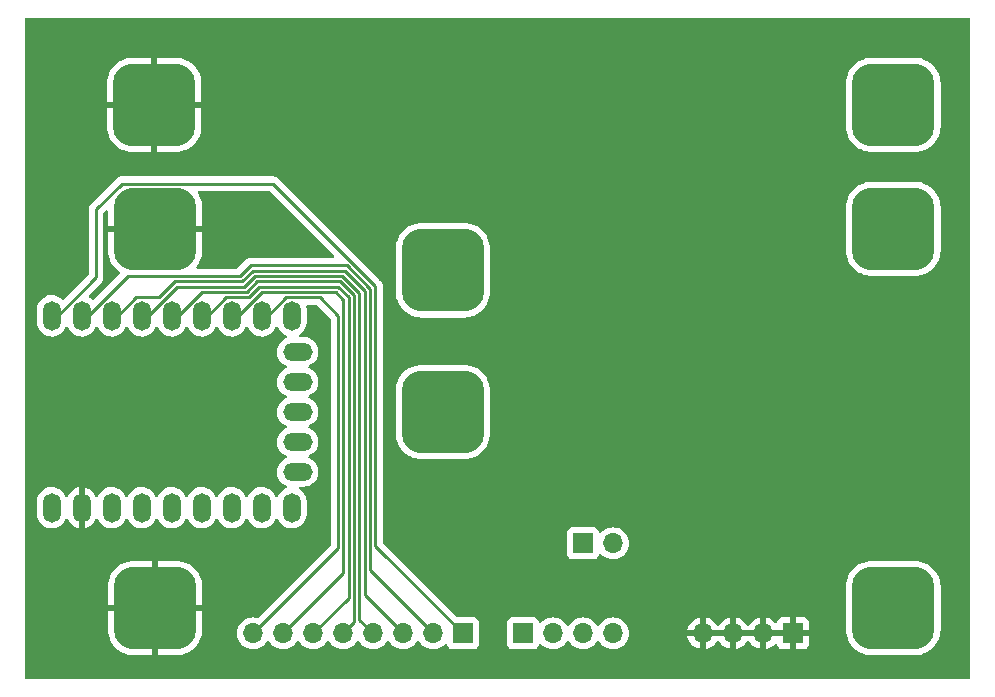
<source format=gbr>
%TF.GenerationSoftware,KiCad,Pcbnew,7.0.10-1.fc39*%
%TF.CreationDate,2024-02-17T16:59:11+01:00*%
%TF.ProjectId,morse_usb_keyboard,6d6f7273-655f-4757-9362-5f6b6579626f,rev?*%
%TF.SameCoordinates,Original*%
%TF.FileFunction,Copper,L2,Bot*%
%TF.FilePolarity,Positive*%
%FSLAX46Y46*%
G04 Gerber Fmt 4.6, Leading zero omitted, Abs format (unit mm)*
G04 Created by KiCad (PCBNEW 7.0.10-1.fc39) date 2024-02-17 16:59:11*
%MOMM*%
%LPD*%
G01*
G04 APERTURE LIST*
G04 Aperture macros list*
%AMRoundRect*
0 Rectangle with rounded corners*
0 $1 Rounding radius*
0 $2 $3 $4 $5 $6 $7 $8 $9 X,Y pos of 4 corners*
0 Add a 4 corners polygon primitive as box body*
4,1,4,$2,$3,$4,$5,$6,$7,$8,$9,$2,$3,0*
0 Add four circle primitives for the rounded corners*
1,1,$1+$1,$2,$3*
1,1,$1+$1,$4,$5*
1,1,$1+$1,$6,$7*
1,1,$1+$1,$8,$9*
0 Add four rect primitives between the rounded corners*
20,1,$1+$1,$2,$3,$4,$5,0*
20,1,$1+$1,$4,$5,$6,$7,0*
20,1,$1+$1,$6,$7,$8,$9,0*
20,1,$1+$1,$8,$9,$2,$3,0*%
G04 Aperture macros list end*
%TA.AperFunction,ComponentPad*%
%ADD10O,1.500000X2.500000*%
%TD*%
%TA.AperFunction,ComponentPad*%
%ADD11O,2.500000X1.500000*%
%TD*%
%TA.AperFunction,ComponentPad*%
%ADD12RoundRect,1.750000X-1.750000X-1.750000X1.750000X-1.750000X1.750000X1.750000X-1.750000X1.750000X0*%
%TD*%
%TA.AperFunction,ComponentPad*%
%ADD13R,1.700000X1.700000*%
%TD*%
%TA.AperFunction,ComponentPad*%
%ADD14O,1.700000X1.700000*%
%TD*%
%TA.AperFunction,Conductor*%
%ADD15C,0.250000*%
%TD*%
G04 APERTURE END LIST*
D10*
%TO.P,U1,1,0*%
%TO.N,Net-(J2-Pin_1)*%
X97250000Y-77260000D03*
%TO.P,U1,2,1*%
%TO.N,Net-(J2-Pin_2)*%
X99790000Y-77260000D03*
%TO.P,U1,3,2*%
%TO.N,Net-(J2-Pin_3)*%
X102330000Y-77260000D03*
%TO.P,U1,4,3*%
%TO.N,Net-(J2-Pin_4)*%
X104870000Y-77260000D03*
%TO.P,U1,5,4*%
%TO.N,Net-(J2-Pin_5)*%
X107410000Y-77260000D03*
%TO.P,U1,6,5*%
%TO.N,Net-(J2-Pin_6)*%
X109950000Y-77260000D03*
%TO.P,U1,7,6*%
%TO.N,Net-(J2-Pin_7)*%
X112490000Y-77260000D03*
%TO.P,U1,8,7*%
%TO.N,Net-(J2-Pin_8)*%
X115030000Y-77260000D03*
%TO.P,U1,9,8*%
%TO.N,unconnected-(U1-8-Pad9)*%
X117570000Y-77260000D03*
D11*
%TO.P,U1,10,9*%
%TO.N,unconnected-(U1-9-Pad10)*%
X118070000Y-80300000D03*
%TO.P,U1,11,10*%
%TO.N,unconnected-(U1-10-Pad11)*%
X118070000Y-82840000D03*
%TO.P,U1,12,11*%
%TO.N,unconnected-(U1-11-Pad12)*%
X118070000Y-85380000D03*
%TO.P,U1,13,12*%
%TO.N,unconnected-(U1-12-Pad13)*%
X118070000Y-87920000D03*
%TO.P,U1,14,13*%
%TO.N,unconnected-(U1-13-Pad14)*%
X118070000Y-90460000D03*
D10*
%TO.P,U1,15,14*%
%TO.N,unconnected-(U1-14-Pad15)*%
X117570000Y-93500000D03*
%TO.P,U1,16,15*%
%TO.N,unconnected-(U1-15-Pad16)*%
X115030000Y-93500000D03*
%TO.P,U1,17,26*%
%TO.N,unconnected-(U1-26-Pad17)*%
X112490000Y-93500000D03*
%TO.P,U1,18,27*%
%TO.N,unconnected-(U1-27-Pad18)*%
X109950000Y-93500000D03*
%TO.P,U1,19,28*%
%TO.N,unconnected-(U1-28-Pad19)*%
X107410000Y-93500000D03*
%TO.P,U1,20,29*%
%TO.N,Net-(SW1-B)*%
X104870000Y-93500000D03*
%TO.P,U1,21,3V3*%
%TO.N,+3.3V*%
X102330000Y-93500000D03*
%TO.P,U1,22,GND*%
%TO.N,GND*%
X99790000Y-93500000D03*
%TO.P,U1,23,5V*%
%TO.N,unconnected-(U1-5V-Pad23)*%
X97250000Y-93500000D03*
%TD*%
D12*
%TO.P,SW1,1,A*%
%TO.N,GND*%
X105920000Y-59400000D03*
X106000000Y-69900000D03*
X106000000Y-102000000D03*
%TO.P,SW1,2,B*%
%TO.N,Net-(SW1-B)*%
X130370000Y-73400000D03*
X130370000Y-85400000D03*
%TO.P,SW1,3,C*%
%TO.N,Net-(J1-Pin_2)*%
X168500000Y-59400000D03*
X168500000Y-69900000D03*
X168500000Y-102000000D03*
%TD*%
D13*
%TO.P,J4,1,Pin_1*%
%TO.N,+3.3V*%
X137160000Y-104140000D03*
D14*
%TO.P,J4,2,Pin_2*%
X139700000Y-104140000D03*
%TO.P,J4,3,Pin_3*%
X142240000Y-104140000D03*
%TO.P,J4,4,Pin_4*%
X144780000Y-104140000D03*
%TD*%
D13*
%TO.P,J1,1,Pin_1*%
%TO.N,+3.3V*%
X142240000Y-96520000D03*
D14*
%TO.P,J1,2,Pin_2*%
%TO.N,Net-(J1-Pin_2)*%
X144780000Y-96520000D03*
%TD*%
D13*
%TO.P,J3,1,Pin_1*%
%TO.N,GND*%
X160020000Y-104140000D03*
D14*
%TO.P,J3,2,Pin_2*%
X157480000Y-104140000D03*
%TO.P,J3,3,Pin_3*%
X154940000Y-104140000D03*
%TO.P,J3,4,Pin_4*%
X152400000Y-104140000D03*
%TD*%
D13*
%TO.P,J2,1,Pin_1*%
%TO.N,Net-(J2-Pin_1)*%
X132080000Y-104140000D03*
D14*
%TO.P,J2,2,Pin_2*%
%TO.N,Net-(J2-Pin_2)*%
X129540000Y-104140000D03*
%TO.P,J2,3,Pin_3*%
%TO.N,Net-(J2-Pin_3)*%
X127000000Y-104140000D03*
%TO.P,J2,4,Pin_4*%
%TO.N,Net-(J2-Pin_4)*%
X124460000Y-104140000D03*
%TO.P,J2,5,Pin_5*%
%TO.N,Net-(J2-Pin_5)*%
X121920000Y-104140000D03*
%TO.P,J2,6,Pin_6*%
%TO.N,Net-(J2-Pin_6)*%
X119380000Y-104140000D03*
%TO.P,J2,7,Pin_7*%
%TO.N,Net-(J2-Pin_7)*%
X116840000Y-104140000D03*
%TO.P,J2,8,Pin_8*%
%TO.N,Net-(J2-Pin_8)*%
X114300000Y-104140000D03*
%TD*%
D15*
%TO.N,Net-(J2-Pin_1)*%
X132080000Y-104140000D02*
X124650000Y-96710000D01*
X124650000Y-74761624D02*
X115963376Y-66075000D01*
X124650000Y-96710000D02*
X124650000Y-74761624D01*
X115963376Y-66075000D02*
X103175000Y-66075000D01*
X101000000Y-74010000D02*
X97250000Y-77760000D01*
X103175000Y-66075000D02*
X101000000Y-68250000D01*
X101000000Y-68250000D02*
X101000000Y-74010000D01*
%TO.N,Net-(J2-Pin_2)*%
X99790000Y-77760000D02*
X103665000Y-73885000D01*
X103665000Y-73885000D02*
X113183020Y-73885000D01*
X113183020Y-73885000D02*
X114083020Y-72985000D01*
X114083020Y-72985000D02*
X122236980Y-72985000D01*
X124200000Y-74948020D02*
X124200000Y-98800000D01*
X122236980Y-72985000D02*
X124200000Y-74948020D01*
X124200000Y-98800000D02*
X129540000Y-104140000D01*
%TO.N,Net-(J2-Pin_3)*%
X102330000Y-77760000D02*
X104405000Y-75685000D01*
X104405000Y-75685000D02*
X106308604Y-75685000D01*
X106308604Y-75685000D02*
X107658604Y-74335000D01*
X107658604Y-74335000D02*
X113369416Y-74335000D01*
X113369416Y-74335000D02*
X114269416Y-73435000D01*
X122050584Y-73435000D02*
X123750000Y-75134416D01*
X114269416Y-73435000D02*
X122050584Y-73435000D01*
X123750000Y-75134416D02*
X123750000Y-100890000D01*
X123750000Y-100890000D02*
X127000000Y-104140000D01*
%TO.N,Net-(J2-Pin_4)*%
X104870000Y-77760000D02*
X107845000Y-74785000D01*
X107845000Y-74785000D02*
X113555812Y-74785000D01*
X123300000Y-75320812D02*
X123300000Y-102980000D01*
X113555812Y-74785000D02*
X114455812Y-73885000D01*
X114455812Y-73885000D02*
X121864188Y-73885000D01*
X121864188Y-73885000D02*
X123300000Y-75320812D01*
X123300000Y-102980000D02*
X124460000Y-104140000D01*
%TO.N,Net-(J2-Pin_5)*%
X107410000Y-77760000D02*
X109935000Y-75235000D01*
X109935000Y-75235000D02*
X113742208Y-75235000D01*
X113742208Y-75235000D02*
X114642208Y-74335000D01*
X114642208Y-74335000D02*
X121677792Y-74335000D01*
X121677792Y-74335000D02*
X122850000Y-75507208D01*
X122850000Y-75507208D02*
X122850000Y-103210000D01*
X122850000Y-103210000D02*
X121920000Y-104140000D01*
%TO.N,Net-(J2-Pin_6)*%
X109950000Y-77760000D02*
X112025000Y-75685000D01*
X122400000Y-75693604D02*
X122400000Y-101120000D01*
X112025000Y-75685000D02*
X113928604Y-75685000D01*
X113928604Y-75685000D02*
X114828604Y-74785000D01*
X114828604Y-74785000D02*
X121491396Y-74785000D01*
X121491396Y-74785000D02*
X122400000Y-75693604D01*
X122400000Y-101120000D02*
X119380000Y-104140000D01*
%TO.N,Net-(J2-Pin_7)*%
X112490000Y-77760000D02*
X115015000Y-75235000D01*
X115015000Y-75235000D02*
X121305000Y-75235000D01*
X121305000Y-75235000D02*
X121950000Y-75880000D01*
X121950000Y-75880000D02*
X121950000Y-99030000D01*
X121950000Y-99030000D02*
X116840000Y-104140000D01*
%TO.N,Net-(J2-Pin_8)*%
X114300000Y-104140000D02*
X121500000Y-96940000D01*
X121500000Y-96940000D02*
X121500000Y-77250000D01*
X121500000Y-77250000D02*
X119935000Y-75685000D01*
X119935000Y-75685000D02*
X117105000Y-75685000D01*
X117105000Y-75685000D02*
X115030000Y-77760000D01*
%TD*%
%TA.AperFunction,Conductor*%
%TO.N,GND*%
G36*
X101919334Y-68317770D02*
G01*
X101975267Y-68359642D01*
X101999684Y-68425106D01*
X102000000Y-68433952D01*
X102000000Y-69650000D01*
X104520977Y-69650000D01*
X104500000Y-69775706D01*
X104500000Y-70024294D01*
X104520977Y-70150000D01*
X102000001Y-70150000D01*
X102000001Y-71736007D01*
X102010373Y-71913175D01*
X102065436Y-72209344D01*
X102065438Y-72209355D01*
X102159478Y-72495520D01*
X102159483Y-72495532D01*
X102290828Y-72766618D01*
X102290831Y-72766623D01*
X102457141Y-73017788D01*
X102655448Y-73244551D01*
X102882207Y-73442855D01*
X102960451Y-73494665D01*
X103005479Y-73548090D01*
X103014476Y-73617378D01*
X102984585Y-73680531D01*
X102979672Y-73685735D01*
X100819194Y-75846213D01*
X100757871Y-75879698D01*
X100688179Y-75874714D01*
X100645822Y-75848159D01*
X100609543Y-75813474D01*
X100572825Y-75778368D01*
X100472503Y-75712146D01*
X100424601Y-75680526D01*
X100379496Y-75627166D01*
X100370399Y-75557891D01*
X100400200Y-75494695D01*
X100405231Y-75489358D01*
X100837923Y-75056666D01*
X101383787Y-74510802D01*
X101396042Y-74500986D01*
X101395859Y-74500764D01*
X101401868Y-74495791D01*
X101401877Y-74495786D01*
X101447949Y-74446722D01*
X101450566Y-74444023D01*
X101470120Y-74424471D01*
X101472576Y-74421303D01*
X101480156Y-74412427D01*
X101510062Y-74380582D01*
X101519715Y-74363020D01*
X101530389Y-74346770D01*
X101542673Y-74330936D01*
X101560019Y-74290850D01*
X101565157Y-74280362D01*
X101586196Y-74242093D01*
X101586197Y-74242092D01*
X101591177Y-74222691D01*
X101597478Y-74204288D01*
X101605438Y-74185896D01*
X101612272Y-74142741D01*
X101614635Y-74131331D01*
X101625500Y-74089019D01*
X101625500Y-74068983D01*
X101627027Y-74049582D01*
X101630160Y-74029804D01*
X101626050Y-73986324D01*
X101625500Y-73974655D01*
X101625500Y-68560452D01*
X101645185Y-68493413D01*
X101661819Y-68472771D01*
X101788319Y-68346271D01*
X101849642Y-68312786D01*
X101919334Y-68317770D01*
G37*
%TD.AperFunction*%
%TA.AperFunction,Conductor*%
G36*
X115719963Y-66720185D02*
G01*
X115740605Y-66736819D01*
X121151604Y-72147819D01*
X121185089Y-72209142D01*
X121180105Y-72278834D01*
X121138233Y-72334767D01*
X121072769Y-72359184D01*
X121063923Y-72359500D01*
X114165757Y-72359500D01*
X114150140Y-72357776D01*
X114150113Y-72358062D01*
X114142351Y-72357327D01*
X114075164Y-72359439D01*
X114071270Y-72359500D01*
X114043670Y-72359500D01*
X114039982Y-72359965D01*
X114039669Y-72360005D01*
X114028051Y-72360918D01*
X113984393Y-72362290D01*
X113984392Y-72362290D01*
X113965149Y-72367881D01*
X113946099Y-72371825D01*
X113926231Y-72374334D01*
X113926230Y-72374335D01*
X113885620Y-72390413D01*
X113874573Y-72394195D01*
X113832630Y-72406381D01*
X113832629Y-72406382D01*
X113815387Y-72416579D01*
X113797919Y-72425137D01*
X113779289Y-72432513D01*
X113779286Y-72432515D01*
X113743959Y-72458181D01*
X113734200Y-72464592D01*
X113696599Y-72486830D01*
X113682428Y-72501000D01*
X113667643Y-72513628D01*
X113651432Y-72525407D01*
X113623591Y-72559059D01*
X113615731Y-72567696D01*
X112960248Y-73223181D01*
X112898925Y-73256666D01*
X112872567Y-73259500D01*
X109604646Y-73259500D01*
X109537607Y-73239815D01*
X109491852Y-73187011D01*
X109481908Y-73117853D01*
X109510933Y-73054297D01*
X109511304Y-73053871D01*
X109542858Y-73017788D01*
X109709168Y-72766623D01*
X109709171Y-72766618D01*
X109840516Y-72495532D01*
X109840521Y-72495520D01*
X109934561Y-72209355D01*
X109934563Y-72209344D01*
X109989626Y-71913175D01*
X110000000Y-71736007D01*
X110000000Y-70150000D01*
X107479023Y-70150000D01*
X107500000Y-70024294D01*
X107500000Y-69775706D01*
X107479023Y-69650000D01*
X109999999Y-69650000D01*
X109999999Y-68063994D01*
X109999998Y-68063992D01*
X109989626Y-67886824D01*
X109934563Y-67590655D01*
X109934561Y-67590644D01*
X109840521Y-67304479D01*
X109840516Y-67304467D01*
X109709171Y-67033381D01*
X109709168Y-67033376D01*
X109616191Y-66892959D01*
X109595592Y-66826195D01*
X109614358Y-66758893D01*
X109666531Y-66712420D01*
X109719580Y-66700500D01*
X115652924Y-66700500D01*
X115719963Y-66720185D01*
G37*
%TD.AperFunction*%
%TA.AperFunction,Conductor*%
G36*
X154480507Y-103930156D02*
G01*
X154440000Y-104068111D01*
X154440000Y-104211889D01*
X154480507Y-104349844D01*
X154506314Y-104390000D01*
X152833686Y-104390000D01*
X152859493Y-104349844D01*
X152900000Y-104211889D01*
X152900000Y-104068111D01*
X152859493Y-103930156D01*
X152833686Y-103890000D01*
X154506314Y-103890000D01*
X154480507Y-103930156D01*
G37*
%TD.AperFunction*%
%TA.AperFunction,Conductor*%
G36*
X157020507Y-103930156D02*
G01*
X156980000Y-104068111D01*
X156980000Y-104211889D01*
X157020507Y-104349844D01*
X157046314Y-104390000D01*
X155373686Y-104390000D01*
X155399493Y-104349844D01*
X155440000Y-104211889D01*
X155440000Y-104068111D01*
X155399493Y-103930156D01*
X155373686Y-103890000D01*
X157046314Y-103890000D01*
X157020507Y-103930156D01*
G37*
%TD.AperFunction*%
%TA.AperFunction,Conductor*%
G36*
X159560507Y-103930156D02*
G01*
X159520000Y-104068111D01*
X159520000Y-104211889D01*
X159560507Y-104349844D01*
X159586314Y-104390000D01*
X157913686Y-104390000D01*
X157939493Y-104349844D01*
X157980000Y-104211889D01*
X157980000Y-104068111D01*
X157939493Y-103930156D01*
X157913686Y-103890000D01*
X159586314Y-103890000D01*
X159560507Y-103930156D01*
G37*
%TD.AperFunction*%
%TA.AperFunction,Conductor*%
G36*
X174942539Y-52020185D02*
G01*
X174988294Y-52072989D01*
X174999500Y-52124500D01*
X174999500Y-107875500D01*
X174979815Y-107942539D01*
X174927011Y-107988294D01*
X174875500Y-107999500D01*
X95124500Y-107999500D01*
X95057461Y-107979815D01*
X95011706Y-107927011D01*
X95000500Y-107875500D01*
X95000500Y-101750000D01*
X102000000Y-101750000D01*
X104520977Y-101750000D01*
X104500000Y-101875706D01*
X104500000Y-102124294D01*
X104520977Y-102250000D01*
X102000001Y-102250000D01*
X102000001Y-103836007D01*
X102010373Y-104013175D01*
X102065436Y-104309344D01*
X102065438Y-104309355D01*
X102159478Y-104595520D01*
X102159483Y-104595532D01*
X102290828Y-104866618D01*
X102290831Y-104866623D01*
X102457141Y-105117788D01*
X102655448Y-105344551D01*
X102882211Y-105542858D01*
X103133376Y-105709168D01*
X103133381Y-105709171D01*
X103404467Y-105840516D01*
X103404479Y-105840521D01*
X103690644Y-105934561D01*
X103690655Y-105934563D01*
X103986824Y-105989626D01*
X104163992Y-105999999D01*
X105749999Y-105999999D01*
X105750000Y-105999998D01*
X105750000Y-103484040D01*
X105752262Y-103484613D01*
X105937957Y-103500000D01*
X106062043Y-103500000D01*
X106247738Y-103484613D01*
X106250000Y-103484040D01*
X106250000Y-105999999D01*
X107836006Y-105999999D01*
X107836007Y-105999998D01*
X108013175Y-105989626D01*
X108309344Y-105934563D01*
X108309355Y-105934561D01*
X108595520Y-105840521D01*
X108595532Y-105840516D01*
X108866618Y-105709171D01*
X108866623Y-105709168D01*
X109117788Y-105542858D01*
X109344551Y-105344551D01*
X109542858Y-105117788D01*
X109709168Y-104866623D01*
X109709171Y-104866618D01*
X109840516Y-104595532D01*
X109840521Y-104595520D01*
X109934561Y-104309355D01*
X109934563Y-104309344D01*
X109989626Y-104013175D01*
X110000000Y-103836007D01*
X110000000Y-102250000D01*
X107479023Y-102250000D01*
X107500000Y-102124294D01*
X107500000Y-101875706D01*
X107479023Y-101750000D01*
X109999999Y-101750000D01*
X109999999Y-100163994D01*
X109999998Y-100163992D01*
X109989626Y-99986824D01*
X109934563Y-99690655D01*
X109934561Y-99690644D01*
X109840521Y-99404479D01*
X109840516Y-99404467D01*
X109709171Y-99133381D01*
X109709168Y-99133376D01*
X109542858Y-98882211D01*
X109344551Y-98655448D01*
X109117788Y-98457141D01*
X108866623Y-98290831D01*
X108866618Y-98290828D01*
X108595532Y-98159483D01*
X108595520Y-98159478D01*
X108309355Y-98065438D01*
X108309344Y-98065436D01*
X108013175Y-98010373D01*
X107836007Y-98000000D01*
X106250000Y-98000000D01*
X106250000Y-100515959D01*
X106247738Y-100515387D01*
X106062043Y-100500000D01*
X105937957Y-100500000D01*
X105752262Y-100515387D01*
X105750000Y-100515959D01*
X105750000Y-98000000D01*
X104163992Y-98000000D01*
X104163992Y-98000001D01*
X103986824Y-98010373D01*
X103690655Y-98065436D01*
X103690644Y-98065438D01*
X103404479Y-98159478D01*
X103404467Y-98159483D01*
X103133381Y-98290828D01*
X103133376Y-98290831D01*
X102882211Y-98457141D01*
X102655448Y-98655448D01*
X102457141Y-98882211D01*
X102290831Y-99133376D01*
X102290828Y-99133381D01*
X102159483Y-99404467D01*
X102159478Y-99404479D01*
X102065438Y-99690644D01*
X102065436Y-99690655D01*
X102010373Y-99986824D01*
X102000000Y-100163992D01*
X102000000Y-101750000D01*
X95000500Y-101750000D01*
X95000500Y-94056151D01*
X95999500Y-94056151D01*
X96014622Y-94224186D01*
X96014623Y-94224192D01*
X96074503Y-94441160D01*
X96074508Y-94441173D01*
X96172167Y-94643966D01*
X96172171Y-94643974D01*
X96304473Y-94826072D01*
X96304474Y-94826074D01*
X96467176Y-94981633D01*
X96655033Y-95105636D01*
X96862004Y-95194100D01*
X96862007Y-95194101D01*
X96862012Y-95194103D01*
X97081463Y-95244191D01*
X97306330Y-95254290D01*
X97529387Y-95224075D01*
X97743464Y-95154517D01*
X97941681Y-95047852D01*
X98117666Y-94907508D01*
X98265765Y-94737996D01*
X98381215Y-94544764D01*
X98403551Y-94485249D01*
X98445535Y-94429403D01*
X98511049Y-94405119D01*
X98579291Y-94420110D01*
X98628596Y-94469616D01*
X98631363Y-94475020D01*
X98712598Y-94643708D01*
X98712602Y-94643716D01*
X98844851Y-94825741D01*
X98844857Y-94825749D01*
X99007486Y-94981237D01*
X99195266Y-95105191D01*
X99402169Y-95193624D01*
X99402178Y-95193627D01*
X99539999Y-95225084D01*
X99540000Y-95225084D01*
X99540000Y-93435501D01*
X99647685Y-93484680D01*
X99754237Y-93500000D01*
X99825763Y-93500000D01*
X99932315Y-93484680D01*
X100040000Y-93435501D01*
X100040000Y-95227549D01*
X100069267Y-95223586D01*
X100069273Y-95223585D01*
X100283268Y-95154054D01*
X100481401Y-95047434D01*
X100481404Y-95047432D01*
X100657320Y-94907145D01*
X100805352Y-94737707D01*
X100805359Y-94737699D01*
X100920759Y-94544553D01*
X100920765Y-94544542D01*
X100943007Y-94485277D01*
X100984991Y-94429428D01*
X101050505Y-94405144D01*
X101118748Y-94420135D01*
X101168053Y-94469640D01*
X101170820Y-94475045D01*
X101252167Y-94643966D01*
X101252171Y-94643974D01*
X101384473Y-94826072D01*
X101384474Y-94826074D01*
X101547176Y-94981633D01*
X101735033Y-95105636D01*
X101942004Y-95194100D01*
X101942007Y-95194101D01*
X101942012Y-95194103D01*
X102161463Y-95244191D01*
X102386330Y-95254290D01*
X102609387Y-95224075D01*
X102823464Y-95154517D01*
X103021681Y-95047852D01*
X103197666Y-94907508D01*
X103345765Y-94737996D01*
X103461215Y-94544764D01*
X103483307Y-94485897D01*
X103525292Y-94430051D01*
X103590806Y-94405767D01*
X103659048Y-94420758D01*
X103708353Y-94470264D01*
X103711120Y-94475668D01*
X103792167Y-94643966D01*
X103792171Y-94643974D01*
X103924473Y-94826072D01*
X103924474Y-94826074D01*
X104087176Y-94981633D01*
X104275033Y-95105636D01*
X104482004Y-95194100D01*
X104482007Y-95194101D01*
X104482012Y-95194103D01*
X104701463Y-95244191D01*
X104926330Y-95254290D01*
X105149387Y-95224075D01*
X105363464Y-95154517D01*
X105561681Y-95047852D01*
X105737666Y-94907508D01*
X105885765Y-94737996D01*
X106001215Y-94544764D01*
X106023307Y-94485897D01*
X106065292Y-94430051D01*
X106130806Y-94405767D01*
X106199048Y-94420758D01*
X106248353Y-94470264D01*
X106251120Y-94475668D01*
X106332167Y-94643966D01*
X106332171Y-94643974D01*
X106464473Y-94826072D01*
X106464474Y-94826074D01*
X106627176Y-94981633D01*
X106815033Y-95105636D01*
X107022004Y-95194100D01*
X107022007Y-95194101D01*
X107022012Y-95194103D01*
X107241463Y-95244191D01*
X107466330Y-95254290D01*
X107689387Y-95224075D01*
X107903464Y-95154517D01*
X108101681Y-95047852D01*
X108277666Y-94907508D01*
X108425765Y-94737996D01*
X108541215Y-94544764D01*
X108563307Y-94485897D01*
X108605292Y-94430051D01*
X108670806Y-94405767D01*
X108739048Y-94420758D01*
X108788353Y-94470264D01*
X108791120Y-94475668D01*
X108872167Y-94643966D01*
X108872171Y-94643974D01*
X109004473Y-94826072D01*
X109004474Y-94826074D01*
X109167176Y-94981633D01*
X109355033Y-95105636D01*
X109562004Y-95194100D01*
X109562007Y-95194101D01*
X109562012Y-95194103D01*
X109781463Y-95244191D01*
X110006330Y-95254290D01*
X110229387Y-95224075D01*
X110443464Y-95154517D01*
X110641681Y-95047852D01*
X110817666Y-94907508D01*
X110965765Y-94737996D01*
X111081215Y-94544764D01*
X111103307Y-94485897D01*
X111145292Y-94430051D01*
X111210806Y-94405767D01*
X111279048Y-94420758D01*
X111328353Y-94470264D01*
X111331120Y-94475668D01*
X111412167Y-94643966D01*
X111412171Y-94643974D01*
X111544473Y-94826072D01*
X111544474Y-94826074D01*
X111707176Y-94981633D01*
X111895033Y-95105636D01*
X112102004Y-95194100D01*
X112102007Y-95194101D01*
X112102012Y-95194103D01*
X112321463Y-95244191D01*
X112546330Y-95254290D01*
X112769387Y-95224075D01*
X112983464Y-95154517D01*
X113181681Y-95047852D01*
X113357666Y-94907508D01*
X113505765Y-94737996D01*
X113621215Y-94544764D01*
X113643307Y-94485897D01*
X113685292Y-94430051D01*
X113750806Y-94405767D01*
X113819048Y-94420758D01*
X113868353Y-94470264D01*
X113871120Y-94475668D01*
X113952167Y-94643966D01*
X113952171Y-94643974D01*
X114084473Y-94826072D01*
X114084474Y-94826074D01*
X114247176Y-94981633D01*
X114435033Y-95105636D01*
X114642004Y-95194100D01*
X114642007Y-95194101D01*
X114642012Y-95194103D01*
X114861463Y-95244191D01*
X115086330Y-95254290D01*
X115309387Y-95224075D01*
X115523464Y-95154517D01*
X115721681Y-95047852D01*
X115897666Y-94907508D01*
X116045765Y-94737996D01*
X116161215Y-94544764D01*
X116183307Y-94485897D01*
X116225292Y-94430051D01*
X116290806Y-94405767D01*
X116359048Y-94420758D01*
X116408353Y-94470264D01*
X116411120Y-94475668D01*
X116492167Y-94643966D01*
X116492171Y-94643974D01*
X116624473Y-94826072D01*
X116624474Y-94826074D01*
X116787176Y-94981633D01*
X116975033Y-95105636D01*
X117182004Y-95194100D01*
X117182007Y-95194101D01*
X117182012Y-95194103D01*
X117401463Y-95244191D01*
X117626330Y-95254290D01*
X117849387Y-95224075D01*
X118063464Y-95154517D01*
X118261681Y-95047852D01*
X118437666Y-94907508D01*
X118585765Y-94737996D01*
X118701215Y-94544764D01*
X118780307Y-94334024D01*
X118820500Y-94112547D01*
X118820500Y-92943845D01*
X118805377Y-92775812D01*
X118805376Y-92775807D01*
X118745496Y-92558839D01*
X118745491Y-92558826D01*
X118647832Y-92356033D01*
X118647828Y-92356025D01*
X118515526Y-92173927D01*
X118515525Y-92173925D01*
X118352823Y-92018366D01*
X118231053Y-91937987D01*
X118185948Y-91884627D01*
X118176851Y-91815352D01*
X118206652Y-91752156D01*
X118265888Y-91715104D01*
X118299364Y-91710500D01*
X118626148Y-91710500D01*
X118626155Y-91710500D01*
X118794188Y-91695377D01*
X118794192Y-91695376D01*
X119011160Y-91635496D01*
X119011162Y-91635495D01*
X119011170Y-91635493D01*
X119213973Y-91537829D01*
X119396078Y-91405522D01*
X119551632Y-91242825D01*
X119675635Y-91054968D01*
X119764103Y-90847988D01*
X119814191Y-90628537D01*
X119824290Y-90403670D01*
X119794075Y-90180613D01*
X119724517Y-89966536D01*
X119617852Y-89768319D01*
X119477508Y-89592334D01*
X119307996Y-89444235D01*
X119114767Y-89328787D01*
X119114768Y-89328787D01*
X119114766Y-89328786D01*
X119114764Y-89328785D01*
X119055896Y-89306691D01*
X119000050Y-89264706D01*
X118975767Y-89199191D01*
X118990759Y-89130949D01*
X119040265Y-89081645D01*
X119045610Y-89078907D01*
X119213973Y-88997829D01*
X119396078Y-88865522D01*
X119551632Y-88702825D01*
X119675635Y-88514968D01*
X119764103Y-88307988D01*
X119814191Y-88088537D01*
X119824290Y-87863670D01*
X119794075Y-87640613D01*
X119724517Y-87426536D01*
X119617852Y-87228319D01*
X119477508Y-87052334D01*
X119307996Y-86904235D01*
X119114767Y-86788787D01*
X119114768Y-86788787D01*
X119114766Y-86788786D01*
X119114764Y-86788785D01*
X119055896Y-86766691D01*
X119000050Y-86724706D01*
X118975767Y-86659191D01*
X118990759Y-86590949D01*
X119040265Y-86541645D01*
X119045610Y-86538907D01*
X119213973Y-86457829D01*
X119396078Y-86325522D01*
X119551632Y-86162825D01*
X119675635Y-85974968D01*
X119764103Y-85767988D01*
X119814191Y-85548537D01*
X119824290Y-85323670D01*
X119794075Y-85100613D01*
X119724517Y-84886536D01*
X119617852Y-84688319D01*
X119477508Y-84512334D01*
X119307996Y-84364235D01*
X119114767Y-84248787D01*
X119114768Y-84248787D01*
X119114766Y-84248786D01*
X119114764Y-84248785D01*
X119055896Y-84226691D01*
X119000050Y-84184706D01*
X118975767Y-84119191D01*
X118990759Y-84050949D01*
X119040265Y-84001645D01*
X119045610Y-83998907D01*
X119213973Y-83917829D01*
X119396078Y-83785522D01*
X119551632Y-83622825D01*
X119675635Y-83434968D01*
X119764103Y-83227988D01*
X119814191Y-83008537D01*
X119824290Y-82783670D01*
X119794075Y-82560613D01*
X119724517Y-82346536D01*
X119617852Y-82148319D01*
X119543507Y-82055094D01*
X119477510Y-81972336D01*
X119477508Y-81972334D01*
X119307996Y-81824235D01*
X119114767Y-81708787D01*
X119114768Y-81708787D01*
X119114766Y-81708786D01*
X119114764Y-81708785D01*
X119055896Y-81686691D01*
X119000050Y-81644706D01*
X118975767Y-81579191D01*
X118990759Y-81510949D01*
X119040265Y-81461645D01*
X119045610Y-81458907D01*
X119213973Y-81377829D01*
X119396078Y-81245522D01*
X119551632Y-81082825D01*
X119675635Y-80894968D01*
X119764103Y-80687988D01*
X119814191Y-80468537D01*
X119824290Y-80243670D01*
X119794075Y-80020613D01*
X119724517Y-79806536D01*
X119617852Y-79608319D01*
X119477508Y-79432334D01*
X119307996Y-79284235D01*
X119114764Y-79168785D01*
X118996786Y-79124507D01*
X118904023Y-79089692D01*
X118682550Y-79049500D01*
X118682547Y-79049500D01*
X118304731Y-79049500D01*
X118237692Y-79029815D01*
X118191937Y-78977011D01*
X118181993Y-78907853D01*
X118211018Y-78844297D01*
X118245971Y-78816306D01*
X118248126Y-78815146D01*
X118261681Y-78807852D01*
X118437666Y-78667508D01*
X118585765Y-78497996D01*
X118701215Y-78304764D01*
X118780307Y-78094024D01*
X118820500Y-77872547D01*
X118820500Y-76703845D01*
X118805377Y-76535812D01*
X118800487Y-76518095D01*
X118786521Y-76467489D01*
X118787661Y-76397629D01*
X118826389Y-76339475D01*
X118890409Y-76311491D01*
X118906052Y-76310500D01*
X119624548Y-76310500D01*
X119691587Y-76330185D01*
X119712229Y-76346819D01*
X120838181Y-77472771D01*
X120871666Y-77534094D01*
X120874500Y-77560452D01*
X120874500Y-96629546D01*
X120854815Y-96696585D01*
X120838181Y-96717227D01*
X114755646Y-102799761D01*
X114694323Y-102833246D01*
X114635873Y-102831855D01*
X114535408Y-102804937D01*
X114300001Y-102784341D01*
X114299999Y-102784341D01*
X114064596Y-102804936D01*
X114064586Y-102804938D01*
X113836344Y-102866094D01*
X113836335Y-102866098D01*
X113622171Y-102965964D01*
X113622169Y-102965965D01*
X113428597Y-103101505D01*
X113261505Y-103268597D01*
X113125965Y-103462169D01*
X113125964Y-103462171D01*
X113026098Y-103676335D01*
X113026094Y-103676344D01*
X112964938Y-103904586D01*
X112964936Y-103904596D01*
X112944341Y-104139999D01*
X112944341Y-104140000D01*
X112964936Y-104375403D01*
X112964938Y-104375413D01*
X113026094Y-104603655D01*
X113026096Y-104603659D01*
X113026097Y-104603663D01*
X113105597Y-104774151D01*
X113125965Y-104817830D01*
X113125967Y-104817834D01*
X113234281Y-104972521D01*
X113261505Y-105011401D01*
X113428599Y-105178495D01*
X113525384Y-105246265D01*
X113622165Y-105314032D01*
X113622167Y-105314033D01*
X113622170Y-105314035D01*
X113836337Y-105413903D01*
X114064592Y-105475063D01*
X114241034Y-105490500D01*
X114299999Y-105495659D01*
X114300000Y-105495659D01*
X114300001Y-105495659D01*
X114358966Y-105490500D01*
X114535408Y-105475063D01*
X114763663Y-105413903D01*
X114977830Y-105314035D01*
X115171401Y-105178495D01*
X115338495Y-105011401D01*
X115468425Y-104825842D01*
X115523002Y-104782217D01*
X115592500Y-104775023D01*
X115654855Y-104806546D01*
X115671575Y-104825842D01*
X115801500Y-105011395D01*
X115801505Y-105011401D01*
X115968599Y-105178495D01*
X116065384Y-105246265D01*
X116162165Y-105314032D01*
X116162167Y-105314033D01*
X116162170Y-105314035D01*
X116376337Y-105413903D01*
X116604592Y-105475063D01*
X116781034Y-105490500D01*
X116839999Y-105495659D01*
X116840000Y-105495659D01*
X116840001Y-105495659D01*
X116898966Y-105490500D01*
X117075408Y-105475063D01*
X117303663Y-105413903D01*
X117517830Y-105314035D01*
X117711401Y-105178495D01*
X117878495Y-105011401D01*
X118008425Y-104825842D01*
X118063002Y-104782217D01*
X118132500Y-104775023D01*
X118194855Y-104806546D01*
X118211575Y-104825842D01*
X118341500Y-105011395D01*
X118341505Y-105011401D01*
X118508599Y-105178495D01*
X118605384Y-105246265D01*
X118702165Y-105314032D01*
X118702167Y-105314033D01*
X118702170Y-105314035D01*
X118916337Y-105413903D01*
X119144592Y-105475063D01*
X119321034Y-105490500D01*
X119379999Y-105495659D01*
X119380000Y-105495659D01*
X119380001Y-105495659D01*
X119438966Y-105490500D01*
X119615408Y-105475063D01*
X119843663Y-105413903D01*
X120057830Y-105314035D01*
X120251401Y-105178495D01*
X120418495Y-105011401D01*
X120548425Y-104825842D01*
X120603002Y-104782217D01*
X120672500Y-104775023D01*
X120734855Y-104806546D01*
X120751575Y-104825842D01*
X120881500Y-105011395D01*
X120881505Y-105011401D01*
X121048599Y-105178495D01*
X121145384Y-105246265D01*
X121242165Y-105314032D01*
X121242167Y-105314033D01*
X121242170Y-105314035D01*
X121456337Y-105413903D01*
X121684592Y-105475063D01*
X121861034Y-105490500D01*
X121919999Y-105495659D01*
X121920000Y-105495659D01*
X121920001Y-105495659D01*
X121978966Y-105490500D01*
X122155408Y-105475063D01*
X122383663Y-105413903D01*
X122597830Y-105314035D01*
X122791401Y-105178495D01*
X122958495Y-105011401D01*
X123088425Y-104825842D01*
X123143002Y-104782217D01*
X123212500Y-104775023D01*
X123274855Y-104806546D01*
X123291575Y-104825842D01*
X123421500Y-105011395D01*
X123421505Y-105011401D01*
X123588599Y-105178495D01*
X123685384Y-105246265D01*
X123782165Y-105314032D01*
X123782167Y-105314033D01*
X123782170Y-105314035D01*
X123996337Y-105413903D01*
X124224592Y-105475063D01*
X124401034Y-105490500D01*
X124459999Y-105495659D01*
X124460000Y-105495659D01*
X124460001Y-105495659D01*
X124518966Y-105490500D01*
X124695408Y-105475063D01*
X124923663Y-105413903D01*
X125137830Y-105314035D01*
X125331401Y-105178495D01*
X125498495Y-105011401D01*
X125628425Y-104825842D01*
X125683002Y-104782217D01*
X125752500Y-104775023D01*
X125814855Y-104806546D01*
X125831575Y-104825842D01*
X125961500Y-105011395D01*
X125961505Y-105011401D01*
X126128599Y-105178495D01*
X126225384Y-105246265D01*
X126322165Y-105314032D01*
X126322167Y-105314033D01*
X126322170Y-105314035D01*
X126536337Y-105413903D01*
X126764592Y-105475063D01*
X126941034Y-105490500D01*
X126999999Y-105495659D01*
X127000000Y-105495659D01*
X127000001Y-105495659D01*
X127058966Y-105490500D01*
X127235408Y-105475063D01*
X127463663Y-105413903D01*
X127677830Y-105314035D01*
X127871401Y-105178495D01*
X128038495Y-105011401D01*
X128168425Y-104825842D01*
X128223002Y-104782217D01*
X128292500Y-104775023D01*
X128354855Y-104806546D01*
X128371575Y-104825842D01*
X128501500Y-105011395D01*
X128501505Y-105011401D01*
X128668599Y-105178495D01*
X128765384Y-105246265D01*
X128862165Y-105314032D01*
X128862167Y-105314033D01*
X128862170Y-105314035D01*
X129076337Y-105413903D01*
X129304592Y-105475063D01*
X129481034Y-105490500D01*
X129539999Y-105495659D01*
X129540000Y-105495659D01*
X129540001Y-105495659D01*
X129598966Y-105490500D01*
X129775408Y-105475063D01*
X130003663Y-105413903D01*
X130217830Y-105314035D01*
X130411401Y-105178495D01*
X130533329Y-105056566D01*
X130594648Y-105023084D01*
X130664340Y-105028068D01*
X130720274Y-105069939D01*
X130737189Y-105100917D01*
X130786202Y-105232328D01*
X130786206Y-105232335D01*
X130872452Y-105347544D01*
X130872455Y-105347547D01*
X130987664Y-105433793D01*
X130987671Y-105433797D01*
X131122517Y-105484091D01*
X131122516Y-105484091D01*
X131129444Y-105484835D01*
X131182127Y-105490500D01*
X132977872Y-105490499D01*
X133037483Y-105484091D01*
X133172331Y-105433796D01*
X133287546Y-105347546D01*
X133373796Y-105232331D01*
X133424091Y-105097483D01*
X133430500Y-105037873D01*
X133430500Y-105037870D01*
X135809500Y-105037870D01*
X135809501Y-105037876D01*
X135815908Y-105097483D01*
X135866202Y-105232328D01*
X135866206Y-105232335D01*
X135952452Y-105347544D01*
X135952455Y-105347547D01*
X136067664Y-105433793D01*
X136067671Y-105433797D01*
X136202517Y-105484091D01*
X136202516Y-105484091D01*
X136209444Y-105484835D01*
X136262127Y-105490500D01*
X138057872Y-105490499D01*
X138117483Y-105484091D01*
X138252331Y-105433796D01*
X138367546Y-105347546D01*
X138453796Y-105232331D01*
X138502810Y-105100916D01*
X138544681Y-105044984D01*
X138610145Y-105020566D01*
X138678418Y-105035417D01*
X138706673Y-105056569D01*
X138828599Y-105178495D01*
X138925384Y-105246265D01*
X139022165Y-105314032D01*
X139022167Y-105314033D01*
X139022170Y-105314035D01*
X139236337Y-105413903D01*
X139464592Y-105475063D01*
X139641034Y-105490500D01*
X139699999Y-105495659D01*
X139700000Y-105495659D01*
X139700001Y-105495659D01*
X139758966Y-105490500D01*
X139935408Y-105475063D01*
X140163663Y-105413903D01*
X140377830Y-105314035D01*
X140571401Y-105178495D01*
X140738495Y-105011401D01*
X140868425Y-104825842D01*
X140923002Y-104782217D01*
X140992500Y-104775023D01*
X141054855Y-104806546D01*
X141071575Y-104825842D01*
X141201500Y-105011395D01*
X141201505Y-105011401D01*
X141368599Y-105178495D01*
X141465384Y-105246265D01*
X141562165Y-105314032D01*
X141562167Y-105314033D01*
X141562170Y-105314035D01*
X141776337Y-105413903D01*
X142004592Y-105475063D01*
X142181034Y-105490500D01*
X142239999Y-105495659D01*
X142240000Y-105495659D01*
X142240001Y-105495659D01*
X142298966Y-105490500D01*
X142475408Y-105475063D01*
X142703663Y-105413903D01*
X142917830Y-105314035D01*
X143111401Y-105178495D01*
X143278495Y-105011401D01*
X143408425Y-104825842D01*
X143463002Y-104782217D01*
X143532500Y-104775023D01*
X143594855Y-104806546D01*
X143611575Y-104825842D01*
X143741500Y-105011395D01*
X143741505Y-105011401D01*
X143908599Y-105178495D01*
X144005384Y-105246265D01*
X144102165Y-105314032D01*
X144102167Y-105314033D01*
X144102170Y-105314035D01*
X144316337Y-105413903D01*
X144544592Y-105475063D01*
X144721034Y-105490500D01*
X144779999Y-105495659D01*
X144780000Y-105495659D01*
X144780001Y-105495659D01*
X144838966Y-105490500D01*
X145015408Y-105475063D01*
X145243663Y-105413903D01*
X145457830Y-105314035D01*
X145651401Y-105178495D01*
X145818495Y-105011401D01*
X145954035Y-104817830D01*
X146053903Y-104603663D01*
X146111153Y-104390000D01*
X151069364Y-104390000D01*
X151126567Y-104603486D01*
X151126570Y-104603492D01*
X151226399Y-104817578D01*
X151361894Y-105011082D01*
X151528917Y-105178105D01*
X151722421Y-105313600D01*
X151936507Y-105413429D01*
X151936516Y-105413433D01*
X152150000Y-105470634D01*
X152150000Y-104575501D01*
X152257685Y-104624680D01*
X152364237Y-104640000D01*
X152435763Y-104640000D01*
X152542315Y-104624680D01*
X152650000Y-104575501D01*
X152650000Y-105470633D01*
X152863483Y-105413433D01*
X152863492Y-105413429D01*
X153077578Y-105313600D01*
X153271082Y-105178105D01*
X153438105Y-105011082D01*
X153568425Y-104824968D01*
X153623002Y-104781344D01*
X153692501Y-104774151D01*
X153754855Y-104805673D01*
X153771575Y-104824968D01*
X153901894Y-105011082D01*
X154068917Y-105178105D01*
X154262421Y-105313600D01*
X154476507Y-105413429D01*
X154476516Y-105413433D01*
X154690000Y-105470634D01*
X154690000Y-104575501D01*
X154797685Y-104624680D01*
X154904237Y-104640000D01*
X154975763Y-104640000D01*
X155082315Y-104624680D01*
X155190000Y-104575501D01*
X155190000Y-105470633D01*
X155403483Y-105413433D01*
X155403492Y-105413429D01*
X155617578Y-105313600D01*
X155811082Y-105178105D01*
X155978105Y-105011082D01*
X156108425Y-104824968D01*
X156163002Y-104781344D01*
X156232501Y-104774151D01*
X156294855Y-104805673D01*
X156311575Y-104824968D01*
X156441894Y-105011082D01*
X156608917Y-105178105D01*
X156802421Y-105313600D01*
X157016507Y-105413429D01*
X157016516Y-105413433D01*
X157230000Y-105470634D01*
X157230000Y-104575501D01*
X157337685Y-104624680D01*
X157444237Y-104640000D01*
X157515763Y-104640000D01*
X157622315Y-104624680D01*
X157730000Y-104575501D01*
X157730000Y-105470633D01*
X157943483Y-105413433D01*
X157943492Y-105413429D01*
X158157578Y-105313600D01*
X158351078Y-105178108D01*
X158473521Y-105055665D01*
X158534844Y-105022180D01*
X158604536Y-105027164D01*
X158660470Y-105069035D01*
X158677385Y-105100013D01*
X158726645Y-105232086D01*
X158726649Y-105232093D01*
X158812809Y-105347187D01*
X158812812Y-105347190D01*
X158927906Y-105433350D01*
X158927913Y-105433354D01*
X159062620Y-105483596D01*
X159062627Y-105483598D01*
X159122155Y-105489999D01*
X159122172Y-105490000D01*
X159770000Y-105490000D01*
X159770000Y-104575501D01*
X159877685Y-104624680D01*
X159984237Y-104640000D01*
X160055763Y-104640000D01*
X160162315Y-104624680D01*
X160270000Y-104575501D01*
X160270000Y-105490000D01*
X160917828Y-105490000D01*
X160917844Y-105489999D01*
X160977372Y-105483598D01*
X160977379Y-105483596D01*
X161112086Y-105433354D01*
X161112093Y-105433350D01*
X161227187Y-105347190D01*
X161227190Y-105347187D01*
X161313350Y-105232093D01*
X161313354Y-105232086D01*
X161363596Y-105097379D01*
X161363598Y-105097372D01*
X161369999Y-105037844D01*
X161370000Y-105037827D01*
X161370000Y-104390000D01*
X160453686Y-104390000D01*
X160479493Y-104349844D01*
X160520000Y-104211889D01*
X160520000Y-104068111D01*
X160479493Y-103930156D01*
X160453686Y-103890000D01*
X161370000Y-103890000D01*
X161370000Y-103836020D01*
X164499500Y-103836020D01*
X164509876Y-104013233D01*
X164564950Y-104309469D01*
X164564952Y-104309479D01*
X164659013Y-104595708D01*
X164659016Y-104595716D01*
X164662867Y-104603664D01*
X164790393Y-104866866D01*
X164790396Y-104866871D01*
X164956743Y-105118093D01*
X165155093Y-105344906D01*
X165381906Y-105543256D01*
X165633128Y-105709603D01*
X165633133Y-105709606D01*
X165764971Y-105773484D01*
X165904284Y-105840984D01*
X165998225Y-105871855D01*
X166190520Y-105935047D01*
X166190524Y-105935047D01*
X166190531Y-105935050D01*
X166486762Y-105990123D01*
X166663979Y-106000500D01*
X170336020Y-106000499D01*
X170513238Y-105990123D01*
X170809469Y-105935050D01*
X170809476Y-105935047D01*
X170809479Y-105935047D01*
X170898989Y-105905631D01*
X171095716Y-105840984D01*
X171366870Y-105709604D01*
X171618095Y-105543255D01*
X171844906Y-105344906D01*
X172043255Y-105118095D01*
X172209604Y-104866870D01*
X172340984Y-104595716D01*
X172435050Y-104309469D01*
X172490123Y-104013238D01*
X172500500Y-103836021D01*
X172500499Y-100163980D01*
X172490123Y-99986762D01*
X172435050Y-99690531D01*
X172435047Y-99690524D01*
X172435047Y-99690520D01*
X172340986Y-99404291D01*
X172340984Y-99404284D01*
X172209726Y-99133381D01*
X172209606Y-99133133D01*
X172209603Y-99133128D01*
X172043256Y-98881906D01*
X171844906Y-98655093D01*
X171618093Y-98456743D01*
X171366871Y-98290396D01*
X171366866Y-98290393D01*
X171096680Y-98159483D01*
X171095716Y-98159016D01*
X171095712Y-98159014D01*
X171095708Y-98159013D01*
X170809479Y-98064952D01*
X170809469Y-98064950D01*
X170513233Y-98009876D01*
X170336021Y-97999500D01*
X166663979Y-97999500D01*
X166486766Y-98009876D01*
X166190530Y-98064950D01*
X166190520Y-98064952D01*
X165904291Y-98159013D01*
X165904279Y-98159018D01*
X165633133Y-98290393D01*
X165633128Y-98290396D01*
X165381906Y-98456743D01*
X165155093Y-98655093D01*
X164956743Y-98881906D01*
X164790396Y-99133128D01*
X164790393Y-99133133D01*
X164659018Y-99404279D01*
X164659013Y-99404291D01*
X164564952Y-99690520D01*
X164564950Y-99690530D01*
X164509876Y-99986766D01*
X164499500Y-100163978D01*
X164499500Y-103836020D01*
X161370000Y-103836020D01*
X161370000Y-103242172D01*
X161369999Y-103242155D01*
X161363598Y-103182627D01*
X161363596Y-103182620D01*
X161313354Y-103047913D01*
X161313350Y-103047906D01*
X161227190Y-102932812D01*
X161227187Y-102932809D01*
X161112093Y-102846649D01*
X161112086Y-102846645D01*
X160977379Y-102796403D01*
X160977372Y-102796401D01*
X160917844Y-102790000D01*
X160270000Y-102790000D01*
X160270000Y-103704498D01*
X160162315Y-103655320D01*
X160055763Y-103640000D01*
X159984237Y-103640000D01*
X159877685Y-103655320D01*
X159770000Y-103704498D01*
X159770000Y-102790000D01*
X159122155Y-102790000D01*
X159062627Y-102796401D01*
X159062620Y-102796403D01*
X158927913Y-102846645D01*
X158927906Y-102846649D01*
X158812812Y-102932809D01*
X158812809Y-102932812D01*
X158726649Y-103047906D01*
X158726646Y-103047911D01*
X158677385Y-103179987D01*
X158635513Y-103235920D01*
X158570049Y-103260337D01*
X158501776Y-103245485D01*
X158473522Y-103224334D01*
X158351082Y-103101894D01*
X158157578Y-102966399D01*
X157943492Y-102866570D01*
X157943486Y-102866567D01*
X157730000Y-102809364D01*
X157730000Y-103704498D01*
X157622315Y-103655320D01*
X157515763Y-103640000D01*
X157444237Y-103640000D01*
X157337685Y-103655320D01*
X157230000Y-103704498D01*
X157230000Y-102809364D01*
X157229999Y-102809364D01*
X157016513Y-102866567D01*
X157016507Y-102866570D01*
X156802422Y-102966399D01*
X156802420Y-102966400D01*
X156608926Y-103101886D01*
X156608920Y-103101891D01*
X156441891Y-103268920D01*
X156441890Y-103268922D01*
X156311575Y-103455031D01*
X156256998Y-103498655D01*
X156187499Y-103505848D01*
X156125145Y-103474326D01*
X156108425Y-103455031D01*
X155978109Y-103268922D01*
X155978108Y-103268920D01*
X155811082Y-103101894D01*
X155617578Y-102966399D01*
X155403492Y-102866570D01*
X155403486Y-102866567D01*
X155190000Y-102809364D01*
X155190000Y-103704498D01*
X155082315Y-103655320D01*
X154975763Y-103640000D01*
X154904237Y-103640000D01*
X154797685Y-103655320D01*
X154690000Y-103704498D01*
X154690000Y-102809364D01*
X154689999Y-102809364D01*
X154476513Y-102866567D01*
X154476507Y-102866570D01*
X154262422Y-102966399D01*
X154262420Y-102966400D01*
X154068926Y-103101886D01*
X154068920Y-103101891D01*
X153901891Y-103268920D01*
X153901890Y-103268922D01*
X153771575Y-103455031D01*
X153716998Y-103498655D01*
X153647499Y-103505848D01*
X153585145Y-103474326D01*
X153568425Y-103455031D01*
X153438109Y-103268922D01*
X153438108Y-103268920D01*
X153271082Y-103101894D01*
X153077578Y-102966399D01*
X152863492Y-102866570D01*
X152863486Y-102866567D01*
X152650000Y-102809364D01*
X152650000Y-103704498D01*
X152542315Y-103655320D01*
X152435763Y-103640000D01*
X152364237Y-103640000D01*
X152257685Y-103655320D01*
X152150000Y-103704498D01*
X152150000Y-102809364D01*
X152149999Y-102809364D01*
X151936513Y-102866567D01*
X151936507Y-102866570D01*
X151722422Y-102966399D01*
X151722420Y-102966400D01*
X151528926Y-103101886D01*
X151528920Y-103101891D01*
X151361891Y-103268920D01*
X151361886Y-103268926D01*
X151226400Y-103462420D01*
X151226399Y-103462422D01*
X151126570Y-103676507D01*
X151126567Y-103676513D01*
X151069364Y-103889999D01*
X151069364Y-103890000D01*
X151966314Y-103890000D01*
X151940507Y-103930156D01*
X151900000Y-104068111D01*
X151900000Y-104211889D01*
X151940507Y-104349844D01*
X151966314Y-104390000D01*
X151069364Y-104390000D01*
X146111153Y-104390000D01*
X146115063Y-104375408D01*
X146135659Y-104140000D01*
X146115063Y-103904592D01*
X146053903Y-103676337D01*
X145954035Y-103462171D01*
X145948425Y-103454158D01*
X145818494Y-103268597D01*
X145651402Y-103101506D01*
X145651395Y-103101501D01*
X145457834Y-102965967D01*
X145457830Y-102965965D01*
X145386727Y-102932809D01*
X145243663Y-102866097D01*
X145243659Y-102866096D01*
X145243655Y-102866094D01*
X145015413Y-102804938D01*
X145015403Y-102804936D01*
X144780001Y-102784341D01*
X144779999Y-102784341D01*
X144544596Y-102804936D01*
X144544586Y-102804938D01*
X144316344Y-102866094D01*
X144316335Y-102866098D01*
X144102171Y-102965964D01*
X144102169Y-102965965D01*
X143908597Y-103101505D01*
X143741505Y-103268597D01*
X143611575Y-103454158D01*
X143556998Y-103497783D01*
X143487500Y-103504977D01*
X143425145Y-103473454D01*
X143408425Y-103454158D01*
X143278494Y-103268597D01*
X143111402Y-103101506D01*
X143111395Y-103101501D01*
X142917834Y-102965967D01*
X142917830Y-102965965D01*
X142846727Y-102932809D01*
X142703663Y-102866097D01*
X142703659Y-102866096D01*
X142703655Y-102866094D01*
X142475413Y-102804938D01*
X142475403Y-102804936D01*
X142240001Y-102784341D01*
X142239999Y-102784341D01*
X142004596Y-102804936D01*
X142004586Y-102804938D01*
X141776344Y-102866094D01*
X141776335Y-102866098D01*
X141562171Y-102965964D01*
X141562169Y-102965965D01*
X141368597Y-103101505D01*
X141201505Y-103268597D01*
X141071575Y-103454158D01*
X141016998Y-103497783D01*
X140947500Y-103504977D01*
X140885145Y-103473454D01*
X140868425Y-103454158D01*
X140738494Y-103268597D01*
X140571402Y-103101506D01*
X140571395Y-103101501D01*
X140377834Y-102965967D01*
X140377830Y-102965965D01*
X140306727Y-102932809D01*
X140163663Y-102866097D01*
X140163659Y-102866096D01*
X140163655Y-102866094D01*
X139935413Y-102804938D01*
X139935403Y-102804936D01*
X139700001Y-102784341D01*
X139699999Y-102784341D01*
X139464596Y-102804936D01*
X139464586Y-102804938D01*
X139236344Y-102866094D01*
X139236335Y-102866098D01*
X139022171Y-102965964D01*
X139022169Y-102965965D01*
X138828600Y-103101503D01*
X138706673Y-103223430D01*
X138645350Y-103256914D01*
X138575658Y-103251930D01*
X138519725Y-103210058D01*
X138502810Y-103179081D01*
X138453797Y-103047671D01*
X138453793Y-103047664D01*
X138367547Y-102932455D01*
X138367544Y-102932452D01*
X138252335Y-102846206D01*
X138252328Y-102846202D01*
X138117482Y-102795908D01*
X138117483Y-102795908D01*
X138057883Y-102789501D01*
X138057881Y-102789500D01*
X138057873Y-102789500D01*
X138057864Y-102789500D01*
X136262129Y-102789500D01*
X136262123Y-102789501D01*
X136202516Y-102795908D01*
X136067671Y-102846202D01*
X136067664Y-102846206D01*
X135952455Y-102932452D01*
X135952452Y-102932455D01*
X135866206Y-103047664D01*
X135866202Y-103047671D01*
X135815908Y-103182517D01*
X135811510Y-103223430D01*
X135809501Y-103242123D01*
X135809500Y-103242135D01*
X135809500Y-105037870D01*
X133430500Y-105037870D01*
X133430499Y-103242128D01*
X133425299Y-103193757D01*
X133424091Y-103182516D01*
X133373797Y-103047671D01*
X133373793Y-103047664D01*
X133287547Y-102932455D01*
X133287544Y-102932452D01*
X133172335Y-102846206D01*
X133172328Y-102846202D01*
X133037482Y-102795908D01*
X133037483Y-102795908D01*
X132977883Y-102789501D01*
X132977881Y-102789500D01*
X132977873Y-102789500D01*
X132977865Y-102789500D01*
X131665452Y-102789500D01*
X131598413Y-102769815D01*
X131577771Y-102753181D01*
X126242461Y-97417870D01*
X140889500Y-97417870D01*
X140889501Y-97417876D01*
X140895908Y-97477483D01*
X140946202Y-97612328D01*
X140946206Y-97612335D01*
X141032452Y-97727544D01*
X141032455Y-97727547D01*
X141147664Y-97813793D01*
X141147671Y-97813797D01*
X141282517Y-97864091D01*
X141282516Y-97864091D01*
X141289444Y-97864835D01*
X141342127Y-97870500D01*
X143137872Y-97870499D01*
X143197483Y-97864091D01*
X143332331Y-97813796D01*
X143447546Y-97727546D01*
X143533796Y-97612331D01*
X143582810Y-97480916D01*
X143624681Y-97424984D01*
X143690145Y-97400566D01*
X143758418Y-97415417D01*
X143786673Y-97436569D01*
X143908599Y-97558495D01*
X144005384Y-97626265D01*
X144102165Y-97694032D01*
X144102167Y-97694033D01*
X144102170Y-97694035D01*
X144316337Y-97793903D01*
X144544592Y-97855063D01*
X144721034Y-97870500D01*
X144779999Y-97875659D01*
X144780000Y-97875659D01*
X144780001Y-97875659D01*
X144838966Y-97870500D01*
X145015408Y-97855063D01*
X145243663Y-97793903D01*
X145457830Y-97694035D01*
X145651401Y-97558495D01*
X145818495Y-97391401D01*
X145954035Y-97197830D01*
X146053903Y-96983663D01*
X146115063Y-96755408D01*
X146135659Y-96520000D01*
X146115063Y-96284592D01*
X146053903Y-96056337D01*
X145954035Y-95842171D01*
X145818495Y-95648599D01*
X145818494Y-95648597D01*
X145651402Y-95481506D01*
X145651395Y-95481501D01*
X145457834Y-95345967D01*
X145457830Y-95345965D01*
X145457828Y-95345964D01*
X145243663Y-95246097D01*
X145243659Y-95246096D01*
X145243655Y-95246094D01*
X145015413Y-95184938D01*
X145015403Y-95184936D01*
X144780001Y-95164341D01*
X144779999Y-95164341D01*
X144544596Y-95184936D01*
X144544586Y-95184938D01*
X144316344Y-95246094D01*
X144316335Y-95246098D01*
X144102171Y-95345964D01*
X144102169Y-95345965D01*
X143908600Y-95481503D01*
X143786673Y-95603430D01*
X143725350Y-95636914D01*
X143655658Y-95631930D01*
X143599725Y-95590058D01*
X143582810Y-95559081D01*
X143533797Y-95427671D01*
X143533793Y-95427664D01*
X143447547Y-95312455D01*
X143447544Y-95312452D01*
X143332335Y-95226206D01*
X143332328Y-95226202D01*
X143197482Y-95175908D01*
X143197483Y-95175908D01*
X143137883Y-95169501D01*
X143137881Y-95169500D01*
X143137873Y-95169500D01*
X143137864Y-95169500D01*
X141342129Y-95169500D01*
X141342123Y-95169501D01*
X141282516Y-95175908D01*
X141147671Y-95226202D01*
X141147664Y-95226206D01*
X141032455Y-95312452D01*
X141032452Y-95312455D01*
X140946206Y-95427664D01*
X140946202Y-95427671D01*
X140895908Y-95562517D01*
X140889501Y-95622116D01*
X140889500Y-95622135D01*
X140889500Y-97417870D01*
X126242461Y-97417870D01*
X125311819Y-96487228D01*
X125278334Y-96425905D01*
X125275500Y-96399547D01*
X125275500Y-87236020D01*
X126369500Y-87236020D01*
X126379876Y-87413233D01*
X126434950Y-87709469D01*
X126434952Y-87709479D01*
X126529013Y-87995708D01*
X126529018Y-87995720D01*
X126660393Y-88266866D01*
X126660396Y-88266871D01*
X126826743Y-88518093D01*
X127025093Y-88744906D01*
X127251906Y-88943256D01*
X127503128Y-89109603D01*
X127503133Y-89109606D01*
X127597600Y-89155377D01*
X127774284Y-89240984D01*
X127846471Y-89264706D01*
X128060520Y-89335047D01*
X128060524Y-89335047D01*
X128060531Y-89335050D01*
X128356762Y-89390123D01*
X128533979Y-89400500D01*
X132206020Y-89400499D01*
X132383238Y-89390123D01*
X132679469Y-89335050D01*
X132679476Y-89335047D01*
X132679479Y-89335047D01*
X132782719Y-89301120D01*
X132965716Y-89240984D01*
X133236870Y-89109604D01*
X133488095Y-88943255D01*
X133714906Y-88744906D01*
X133913255Y-88518095D01*
X134079604Y-88266870D01*
X134210984Y-87995716D01*
X134275631Y-87798989D01*
X134305047Y-87709479D01*
X134305047Y-87709476D01*
X134305050Y-87709469D01*
X134360123Y-87413238D01*
X134370500Y-87236021D01*
X134370499Y-83563980D01*
X134360123Y-83386762D01*
X134305050Y-83090531D01*
X134305047Y-83090524D01*
X134305047Y-83090520D01*
X134210986Y-82804291D01*
X134210984Y-82804284D01*
X134143484Y-82664971D01*
X134079606Y-82533133D01*
X134079603Y-82533128D01*
X133913256Y-82281906D01*
X133714906Y-82055093D01*
X133488093Y-81856743D01*
X133236871Y-81690396D01*
X133236866Y-81690393D01*
X132965720Y-81559018D01*
X132965716Y-81559016D01*
X132965712Y-81559014D01*
X132965708Y-81559013D01*
X132679479Y-81464952D01*
X132679469Y-81464950D01*
X132383233Y-81409876D01*
X132206021Y-81399500D01*
X128533979Y-81399500D01*
X128356766Y-81409876D01*
X128060530Y-81464950D01*
X128060520Y-81464952D01*
X127774291Y-81559013D01*
X127774279Y-81559018D01*
X127503133Y-81690393D01*
X127503128Y-81690396D01*
X127251906Y-81856743D01*
X127025093Y-82055093D01*
X126826743Y-82281906D01*
X126660396Y-82533128D01*
X126660393Y-82533133D01*
X126529018Y-82804279D01*
X126529013Y-82804291D01*
X126434952Y-83090520D01*
X126434950Y-83090530D01*
X126379876Y-83386766D01*
X126369500Y-83563978D01*
X126369500Y-87236020D01*
X125275500Y-87236020D01*
X125275500Y-75236020D01*
X126369500Y-75236020D01*
X126379876Y-75413233D01*
X126434950Y-75709469D01*
X126434952Y-75709479D01*
X126529013Y-75995708D01*
X126529018Y-75995720D01*
X126660393Y-76266866D01*
X126660396Y-76266871D01*
X126826743Y-76518093D01*
X127025093Y-76744906D01*
X127251906Y-76943256D01*
X127503128Y-77109603D01*
X127503133Y-77109606D01*
X127634971Y-77173484D01*
X127774284Y-77240984D01*
X127868225Y-77271855D01*
X128060520Y-77335047D01*
X128060524Y-77335047D01*
X128060531Y-77335050D01*
X128356762Y-77390123D01*
X128533979Y-77400500D01*
X132206020Y-77400499D01*
X132383238Y-77390123D01*
X132679469Y-77335050D01*
X132679476Y-77335047D01*
X132679479Y-77335047D01*
X132768989Y-77305631D01*
X132965716Y-77240984D01*
X133236870Y-77109604D01*
X133488095Y-76943255D01*
X133714906Y-76744906D01*
X133913255Y-76518095D01*
X134079604Y-76266870D01*
X134210984Y-75995716D01*
X134304170Y-75712148D01*
X134305047Y-75709479D01*
X134305047Y-75709476D01*
X134305050Y-75709469D01*
X134360123Y-75413238D01*
X134370500Y-75236021D01*
X134370499Y-71736020D01*
X164499500Y-71736020D01*
X164509876Y-71913233D01*
X164564950Y-72209469D01*
X164564952Y-72209479D01*
X164659013Y-72495708D01*
X164659018Y-72495720D01*
X164790393Y-72766866D01*
X164790396Y-72766871D01*
X164956743Y-73018093D01*
X165155093Y-73244906D01*
X165381906Y-73443256D01*
X165633128Y-73609603D01*
X165633133Y-73609606D01*
X165764971Y-73673484D01*
X165904284Y-73740984D01*
X165982189Y-73766585D01*
X166190520Y-73835047D01*
X166190524Y-73835047D01*
X166190531Y-73835050D01*
X166486762Y-73890123D01*
X166663979Y-73900500D01*
X170336020Y-73900499D01*
X170513238Y-73890123D01*
X170809469Y-73835050D01*
X170809476Y-73835047D01*
X170809479Y-73835047D01*
X170898989Y-73805631D01*
X171095716Y-73740984D01*
X171366870Y-73609604D01*
X171618095Y-73443255D01*
X171844906Y-73244906D01*
X172043255Y-73018095D01*
X172209604Y-72766870D01*
X172340984Y-72495716D01*
X172435050Y-72209469D01*
X172490123Y-71913238D01*
X172500500Y-71736021D01*
X172500499Y-68063980D01*
X172490123Y-67886762D01*
X172435050Y-67590531D01*
X172435047Y-67590524D01*
X172435047Y-67590520D01*
X172340986Y-67304291D01*
X172340984Y-67304284D01*
X172209726Y-67033381D01*
X172209606Y-67033133D01*
X172209603Y-67033128D01*
X172043256Y-66781906D01*
X171844906Y-66555093D01*
X171618093Y-66356743D01*
X171366871Y-66190396D01*
X171366866Y-66190393D01*
X171095720Y-66059018D01*
X171095716Y-66059016D01*
X171095712Y-66059014D01*
X171095708Y-66059013D01*
X170809479Y-65964952D01*
X170809469Y-65964950D01*
X170513233Y-65909876D01*
X170336021Y-65899500D01*
X166663979Y-65899500D01*
X166486766Y-65909876D01*
X166190530Y-65964950D01*
X166190520Y-65964952D01*
X165904291Y-66059013D01*
X165904279Y-66059018D01*
X165633133Y-66190393D01*
X165633128Y-66190396D01*
X165381906Y-66356743D01*
X165155093Y-66555093D01*
X164956743Y-66781906D01*
X164790396Y-67033128D01*
X164790393Y-67033133D01*
X164659018Y-67304279D01*
X164659013Y-67304291D01*
X164564952Y-67590520D01*
X164564950Y-67590530D01*
X164509876Y-67886766D01*
X164499500Y-68063978D01*
X164499500Y-71736020D01*
X134370499Y-71736020D01*
X134370499Y-71563980D01*
X134360123Y-71386762D01*
X134305050Y-71090531D01*
X134305047Y-71090524D01*
X134305047Y-71090520D01*
X134210986Y-70804291D01*
X134210984Y-70804284D01*
X134143484Y-70664971D01*
X134079606Y-70533133D01*
X134079603Y-70533128D01*
X133913256Y-70281906D01*
X133714906Y-70055093D01*
X133488093Y-69856743D01*
X133236871Y-69690396D01*
X133236866Y-69690393D01*
X132965720Y-69559018D01*
X132965716Y-69559016D01*
X132965712Y-69559014D01*
X132965708Y-69559013D01*
X132679479Y-69464952D01*
X132679469Y-69464950D01*
X132383233Y-69409876D01*
X132206021Y-69399500D01*
X128533979Y-69399500D01*
X128356766Y-69409876D01*
X128060530Y-69464950D01*
X128060520Y-69464952D01*
X127774291Y-69559013D01*
X127774279Y-69559018D01*
X127503133Y-69690393D01*
X127503128Y-69690396D01*
X127251906Y-69856743D01*
X127025093Y-70055093D01*
X126826743Y-70281906D01*
X126660396Y-70533128D01*
X126660393Y-70533133D01*
X126529018Y-70804279D01*
X126529013Y-70804291D01*
X126434952Y-71090520D01*
X126434950Y-71090530D01*
X126379876Y-71386766D01*
X126369500Y-71563978D01*
X126369500Y-75236020D01*
X125275500Y-75236020D01*
X125275500Y-74844361D01*
X125277224Y-74828747D01*
X125276938Y-74828720D01*
X125277672Y-74820957D01*
X125275561Y-74753767D01*
X125275500Y-74749873D01*
X125275500Y-74722275D01*
X125275500Y-74722274D01*
X125274997Y-74718294D01*
X125274080Y-74706645D01*
X125272709Y-74662998D01*
X125272709Y-74662996D01*
X125267120Y-74643761D01*
X125263174Y-74624708D01*
X125260664Y-74604832D01*
X125244578Y-74564205D01*
X125240803Y-74553178D01*
X125228617Y-74511234D01*
X125222636Y-74501121D01*
X125218421Y-74493993D01*
X125209860Y-74476517D01*
X125202486Y-74457893D01*
X125202485Y-74457891D01*
X125178204Y-74424471D01*
X125176809Y-74422550D01*
X125170412Y-74412814D01*
X125148170Y-74375203D01*
X125148167Y-74375200D01*
X125148165Y-74375197D01*
X125134005Y-74361037D01*
X125121370Y-74346244D01*
X125109593Y-74330036D01*
X125075945Y-74302200D01*
X125067304Y-74294337D01*
X116464179Y-65691212D01*
X116454356Y-65678950D01*
X116454135Y-65679134D01*
X116449162Y-65673122D01*
X116400152Y-65627099D01*
X116397353Y-65624386D01*
X116377853Y-65604885D01*
X116377847Y-65604880D01*
X116374662Y-65602409D01*
X116365810Y-65594848D01*
X116333958Y-65564938D01*
X116333956Y-65564936D01*
X116333953Y-65564935D01*
X116316405Y-65555288D01*
X116300139Y-65544604D01*
X116284308Y-65532324D01*
X116244225Y-65514978D01*
X116233739Y-65509841D01*
X116195470Y-65488803D01*
X116195468Y-65488802D01*
X116176069Y-65483822D01*
X116157657Y-65477518D01*
X116139274Y-65469562D01*
X116139268Y-65469560D01*
X116096136Y-65462729D01*
X116084698Y-65460361D01*
X116042396Y-65449500D01*
X116042395Y-65449500D01*
X116022360Y-65449500D01*
X116002962Y-65447973D01*
X115995538Y-65446797D01*
X115983181Y-65444840D01*
X115983180Y-65444840D01*
X115939701Y-65448950D01*
X115928032Y-65449500D01*
X103257737Y-65449500D01*
X103242120Y-65447776D01*
X103242093Y-65448062D01*
X103234331Y-65447327D01*
X103167144Y-65449439D01*
X103163250Y-65449500D01*
X103135650Y-65449500D01*
X103131962Y-65449965D01*
X103131649Y-65450005D01*
X103120031Y-65450918D01*
X103076372Y-65452290D01*
X103076369Y-65452291D01*
X103057126Y-65457881D01*
X103038083Y-65461825D01*
X103018204Y-65464336D01*
X103018203Y-65464337D01*
X102977593Y-65480415D01*
X102966548Y-65484197D01*
X102924608Y-65496383D01*
X102924604Y-65496385D01*
X102907365Y-65506580D01*
X102889898Y-65515137D01*
X102871269Y-65522512D01*
X102871267Y-65522514D01*
X102835926Y-65548189D01*
X102826168Y-65554599D01*
X102788580Y-65576828D01*
X102774408Y-65591000D01*
X102759623Y-65603628D01*
X102743412Y-65615407D01*
X102715571Y-65649059D01*
X102707711Y-65657696D01*
X100616208Y-67749199D01*
X100603951Y-67759020D01*
X100604134Y-67759241D01*
X100598122Y-67764214D01*
X100552098Y-67813223D01*
X100549391Y-67816016D01*
X100529889Y-67835517D01*
X100529875Y-67835534D01*
X100527407Y-67838715D01*
X100519843Y-67847570D01*
X100489937Y-67879418D01*
X100489936Y-67879420D01*
X100480284Y-67896976D01*
X100469610Y-67913226D01*
X100457329Y-67929061D01*
X100457324Y-67929068D01*
X100439975Y-67969158D01*
X100434838Y-67979644D01*
X100413803Y-68017906D01*
X100408822Y-68037307D01*
X100402521Y-68055710D01*
X100394562Y-68074102D01*
X100394561Y-68074105D01*
X100387728Y-68117243D01*
X100385360Y-68128674D01*
X100374501Y-68170971D01*
X100374500Y-68170982D01*
X100374500Y-68191016D01*
X100372973Y-68210415D01*
X100369840Y-68230194D01*
X100369840Y-68230195D01*
X100373950Y-68273674D01*
X100374500Y-68285343D01*
X100374500Y-73699546D01*
X100354815Y-73766585D01*
X100338181Y-73787227D01*
X98279194Y-75846213D01*
X98217871Y-75879698D01*
X98148179Y-75874714D01*
X98105822Y-75848159D01*
X98069543Y-75813474D01*
X98032825Y-75778368D01*
X97932503Y-75712146D01*
X97844966Y-75654363D01*
X97637995Y-75565899D01*
X97637982Y-75565895D01*
X97418542Y-75515810D01*
X97418538Y-75515809D01*
X97418537Y-75515809D01*
X97418536Y-75515808D01*
X97418531Y-75515808D01*
X97193674Y-75505710D01*
X97193673Y-75505710D01*
X97193670Y-75505710D01*
X96970613Y-75535925D01*
X96970610Y-75535925D01*
X96970609Y-75535926D01*
X96756534Y-75605483D01*
X96558321Y-75712146D01*
X96558318Y-75712148D01*
X96382336Y-75852489D01*
X96234236Y-76022003D01*
X96118787Y-76215232D01*
X96118786Y-76215234D01*
X96039692Y-76425976D01*
X95999500Y-76647450D01*
X95999500Y-77816151D01*
X96014622Y-77984186D01*
X96014623Y-77984192D01*
X96074503Y-78201160D01*
X96074508Y-78201173D01*
X96172167Y-78403966D01*
X96172171Y-78403974D01*
X96304473Y-78586072D01*
X96304474Y-78586074D01*
X96467176Y-78741633D01*
X96655033Y-78865636D01*
X96862004Y-78954100D01*
X96862007Y-78954101D01*
X96862012Y-78954103D01*
X97081463Y-79004191D01*
X97306330Y-79014290D01*
X97529387Y-78984075D01*
X97743464Y-78914517D01*
X97941681Y-78807852D01*
X98117666Y-78667508D01*
X98265765Y-78497996D01*
X98381215Y-78304764D01*
X98403307Y-78245897D01*
X98445292Y-78190051D01*
X98510806Y-78165767D01*
X98579048Y-78180758D01*
X98628353Y-78230264D01*
X98631120Y-78235668D01*
X98712167Y-78403966D01*
X98712171Y-78403974D01*
X98844473Y-78586072D01*
X98844474Y-78586074D01*
X99007176Y-78741633D01*
X99195033Y-78865636D01*
X99402004Y-78954100D01*
X99402007Y-78954101D01*
X99402012Y-78954103D01*
X99621463Y-79004191D01*
X99846330Y-79014290D01*
X100069387Y-78984075D01*
X100283464Y-78914517D01*
X100481681Y-78807852D01*
X100657666Y-78667508D01*
X100805765Y-78497996D01*
X100921215Y-78304764D01*
X100943307Y-78245897D01*
X100985292Y-78190051D01*
X101050806Y-78165767D01*
X101119048Y-78180758D01*
X101168353Y-78230264D01*
X101171120Y-78235668D01*
X101252167Y-78403966D01*
X101252171Y-78403974D01*
X101384473Y-78586072D01*
X101384474Y-78586074D01*
X101547176Y-78741633D01*
X101735033Y-78865636D01*
X101942004Y-78954100D01*
X101942007Y-78954101D01*
X101942012Y-78954103D01*
X102161463Y-79004191D01*
X102386330Y-79014290D01*
X102609387Y-78984075D01*
X102823464Y-78914517D01*
X103021681Y-78807852D01*
X103197666Y-78667508D01*
X103345765Y-78497996D01*
X103461215Y-78304764D01*
X103483307Y-78245897D01*
X103525292Y-78190051D01*
X103590806Y-78165767D01*
X103659048Y-78180758D01*
X103708353Y-78230264D01*
X103711120Y-78235668D01*
X103792167Y-78403966D01*
X103792171Y-78403974D01*
X103924473Y-78586072D01*
X103924474Y-78586074D01*
X104087176Y-78741633D01*
X104275033Y-78865636D01*
X104482004Y-78954100D01*
X104482007Y-78954101D01*
X104482012Y-78954103D01*
X104701463Y-79004191D01*
X104926330Y-79014290D01*
X105149387Y-78984075D01*
X105363464Y-78914517D01*
X105561681Y-78807852D01*
X105737666Y-78667508D01*
X105885765Y-78497996D01*
X106001215Y-78304764D01*
X106023307Y-78245897D01*
X106065292Y-78190051D01*
X106130806Y-78165767D01*
X106199048Y-78180758D01*
X106248353Y-78230264D01*
X106251120Y-78235668D01*
X106332167Y-78403966D01*
X106332171Y-78403974D01*
X106464473Y-78586072D01*
X106464474Y-78586074D01*
X106627176Y-78741633D01*
X106815033Y-78865636D01*
X107022004Y-78954100D01*
X107022007Y-78954101D01*
X107022012Y-78954103D01*
X107241463Y-79004191D01*
X107466330Y-79014290D01*
X107689387Y-78984075D01*
X107903464Y-78914517D01*
X108101681Y-78807852D01*
X108277666Y-78667508D01*
X108425765Y-78497996D01*
X108541215Y-78304764D01*
X108563307Y-78245897D01*
X108605292Y-78190051D01*
X108670806Y-78165767D01*
X108739048Y-78180758D01*
X108788353Y-78230264D01*
X108791120Y-78235668D01*
X108872167Y-78403966D01*
X108872171Y-78403974D01*
X109004473Y-78586072D01*
X109004474Y-78586074D01*
X109167176Y-78741633D01*
X109355033Y-78865636D01*
X109562004Y-78954100D01*
X109562007Y-78954101D01*
X109562012Y-78954103D01*
X109781463Y-79004191D01*
X110006330Y-79014290D01*
X110229387Y-78984075D01*
X110443464Y-78914517D01*
X110641681Y-78807852D01*
X110817666Y-78667508D01*
X110965765Y-78497996D01*
X111081215Y-78304764D01*
X111103307Y-78245897D01*
X111145292Y-78190051D01*
X111210806Y-78165767D01*
X111279048Y-78180758D01*
X111328353Y-78230264D01*
X111331120Y-78235668D01*
X111412167Y-78403966D01*
X111412171Y-78403974D01*
X111544473Y-78586072D01*
X111544474Y-78586074D01*
X111707176Y-78741633D01*
X111895033Y-78865636D01*
X112102004Y-78954100D01*
X112102007Y-78954101D01*
X112102012Y-78954103D01*
X112321463Y-79004191D01*
X112546330Y-79014290D01*
X112769387Y-78984075D01*
X112983464Y-78914517D01*
X113181681Y-78807852D01*
X113357666Y-78667508D01*
X113505765Y-78497996D01*
X113621215Y-78304764D01*
X113643307Y-78245897D01*
X113685292Y-78190051D01*
X113750806Y-78165767D01*
X113819048Y-78180758D01*
X113868353Y-78230264D01*
X113871120Y-78235668D01*
X113952167Y-78403966D01*
X113952171Y-78403974D01*
X114084473Y-78586072D01*
X114084474Y-78586074D01*
X114247176Y-78741633D01*
X114435033Y-78865636D01*
X114642004Y-78954100D01*
X114642007Y-78954101D01*
X114642012Y-78954103D01*
X114861463Y-79004191D01*
X115086330Y-79014290D01*
X115309387Y-78984075D01*
X115523464Y-78914517D01*
X115721681Y-78807852D01*
X115897666Y-78667508D01*
X116045765Y-78497996D01*
X116161215Y-78304764D01*
X116183307Y-78245897D01*
X116225292Y-78190051D01*
X116290806Y-78165767D01*
X116359048Y-78180758D01*
X116408353Y-78230264D01*
X116411120Y-78235668D01*
X116492167Y-78403966D01*
X116492171Y-78403974D01*
X116624473Y-78586072D01*
X116624474Y-78586074D01*
X116787176Y-78741633D01*
X116975033Y-78865636D01*
X117090275Y-78914893D01*
X117144183Y-78959341D01*
X117165503Y-79025879D01*
X117147465Y-79093380D01*
X117095797Y-79140414D01*
X117095341Y-79140634D01*
X116926033Y-79222167D01*
X116926025Y-79222171D01*
X116743927Y-79354473D01*
X116743925Y-79354474D01*
X116588366Y-79517176D01*
X116464363Y-79705033D01*
X116375899Y-79912004D01*
X116375895Y-79912017D01*
X116325810Y-80131457D01*
X116325808Y-80131468D01*
X116320769Y-80243674D01*
X116315710Y-80356330D01*
X116345925Y-80579387D01*
X116345926Y-80579390D01*
X116415483Y-80793465D01*
X116522146Y-80991678D01*
X116522148Y-80991681D01*
X116662489Y-81167663D01*
X116662491Y-81167664D01*
X116662492Y-81167666D01*
X116832004Y-81315765D01*
X117025236Y-81431215D01*
X117084102Y-81453307D01*
X117139949Y-81495292D01*
X117164232Y-81560806D01*
X117149241Y-81629049D01*
X117099735Y-81678353D01*
X117094331Y-81681120D01*
X116926033Y-81762167D01*
X116926025Y-81762171D01*
X116743927Y-81894473D01*
X116743925Y-81894474D01*
X116588366Y-82057176D01*
X116464363Y-82245033D01*
X116375899Y-82452004D01*
X116375895Y-82452017D01*
X116325810Y-82671457D01*
X116325808Y-82671468D01*
X116315710Y-82896325D01*
X116315710Y-82896330D01*
X116345925Y-83119387D01*
X116345926Y-83119390D01*
X116415483Y-83333465D01*
X116522146Y-83531678D01*
X116522148Y-83531681D01*
X116662489Y-83707663D01*
X116662491Y-83707664D01*
X116662492Y-83707666D01*
X116832004Y-83855765D01*
X117025236Y-83971215D01*
X117084102Y-83993307D01*
X117139949Y-84035292D01*
X117164232Y-84100806D01*
X117149241Y-84169049D01*
X117099735Y-84218353D01*
X117094331Y-84221120D01*
X116926033Y-84302167D01*
X116926025Y-84302171D01*
X116743927Y-84434473D01*
X116743925Y-84434474D01*
X116588366Y-84597176D01*
X116464363Y-84785033D01*
X116375899Y-84992004D01*
X116375895Y-84992017D01*
X116325810Y-85211457D01*
X116325808Y-85211468D01*
X116320769Y-85323674D01*
X116315710Y-85436330D01*
X116345925Y-85659387D01*
X116345926Y-85659390D01*
X116415483Y-85873465D01*
X116522146Y-86071678D01*
X116522148Y-86071681D01*
X116662489Y-86247663D01*
X116662491Y-86247664D01*
X116662492Y-86247666D01*
X116832004Y-86395765D01*
X117025236Y-86511215D01*
X117084102Y-86533307D01*
X117139949Y-86575292D01*
X117164232Y-86640806D01*
X117149241Y-86709049D01*
X117099735Y-86758353D01*
X117094331Y-86761120D01*
X116926033Y-86842167D01*
X116926025Y-86842171D01*
X116743927Y-86974473D01*
X116743925Y-86974474D01*
X116588366Y-87137176D01*
X116464363Y-87325033D01*
X116375899Y-87532004D01*
X116375895Y-87532017D01*
X116325810Y-87751457D01*
X116325808Y-87751468D01*
X116320769Y-87863674D01*
X116315710Y-87976330D01*
X116345925Y-88199387D01*
X116345926Y-88199390D01*
X116415483Y-88413465D01*
X116522146Y-88611678D01*
X116522148Y-88611681D01*
X116662489Y-88787663D01*
X116662491Y-88787664D01*
X116662492Y-88787666D01*
X116832004Y-88935765D01*
X117025236Y-89051215D01*
X117084102Y-89073307D01*
X117139949Y-89115292D01*
X117164232Y-89180806D01*
X117149241Y-89249049D01*
X117099735Y-89298353D01*
X117094331Y-89301120D01*
X116926033Y-89382167D01*
X116926025Y-89382171D01*
X116743927Y-89514473D01*
X116743925Y-89514474D01*
X116588366Y-89677176D01*
X116464363Y-89865033D01*
X116375899Y-90072004D01*
X116375895Y-90072017D01*
X116325810Y-90291457D01*
X116325808Y-90291468D01*
X116320769Y-90403674D01*
X116315710Y-90516330D01*
X116345925Y-90739387D01*
X116345926Y-90739390D01*
X116415483Y-90953465D01*
X116522146Y-91151678D01*
X116522148Y-91151681D01*
X116662489Y-91327663D01*
X116662491Y-91327664D01*
X116662492Y-91327666D01*
X116832004Y-91475765D01*
X117025236Y-91591215D01*
X117080389Y-91611914D01*
X117136237Y-91653900D01*
X117160520Y-91719414D01*
X117145529Y-91787656D01*
X117096022Y-91836960D01*
X117081593Y-91843162D01*
X117081651Y-91843297D01*
X117076536Y-91845482D01*
X116878321Y-91952146D01*
X116878318Y-91952148D01*
X116702336Y-92092489D01*
X116631186Y-92173927D01*
X116554235Y-92262004D01*
X116498060Y-92356025D01*
X116438787Y-92455232D01*
X116438782Y-92455241D01*
X116416691Y-92514102D01*
X116374705Y-92569950D01*
X116309191Y-92594232D01*
X116240949Y-92579240D01*
X116191645Y-92529733D01*
X116188899Y-92524373D01*
X116107829Y-92356027D01*
X115975766Y-92174258D01*
X115975526Y-92173927D01*
X115975525Y-92173925D01*
X115812823Y-92018366D01*
X115624966Y-91894363D01*
X115417995Y-91805899D01*
X115417982Y-91805895D01*
X115198542Y-91755810D01*
X115198538Y-91755809D01*
X115198537Y-91755809D01*
X115198536Y-91755808D01*
X115198531Y-91755808D01*
X114973674Y-91745710D01*
X114973673Y-91745710D01*
X114973670Y-91745710D01*
X114750613Y-91775925D01*
X114750610Y-91775925D01*
X114750609Y-91775926D01*
X114536534Y-91845483D01*
X114338321Y-91952146D01*
X114338318Y-91952148D01*
X114162336Y-92092489D01*
X114091186Y-92173927D01*
X114014235Y-92262004D01*
X113958060Y-92356025D01*
X113898787Y-92455232D01*
X113898782Y-92455241D01*
X113876691Y-92514102D01*
X113834705Y-92569950D01*
X113769191Y-92594232D01*
X113700949Y-92579240D01*
X113651645Y-92529733D01*
X113648899Y-92524373D01*
X113567829Y-92356027D01*
X113435766Y-92174258D01*
X113435526Y-92173927D01*
X113435525Y-92173925D01*
X113272823Y-92018366D01*
X113084966Y-91894363D01*
X112877995Y-91805899D01*
X112877982Y-91805895D01*
X112658542Y-91755810D01*
X112658538Y-91755809D01*
X112658537Y-91755809D01*
X112658536Y-91755808D01*
X112658531Y-91755808D01*
X112433674Y-91745710D01*
X112433673Y-91745710D01*
X112433670Y-91745710D01*
X112210613Y-91775925D01*
X112210610Y-91775925D01*
X112210609Y-91775926D01*
X111996534Y-91845483D01*
X111798321Y-91952146D01*
X111798318Y-91952148D01*
X111622336Y-92092489D01*
X111551186Y-92173927D01*
X111474235Y-92262004D01*
X111418060Y-92356025D01*
X111358787Y-92455232D01*
X111358782Y-92455241D01*
X111336691Y-92514102D01*
X111294705Y-92569950D01*
X111229191Y-92594232D01*
X111160949Y-92579240D01*
X111111645Y-92529733D01*
X111108899Y-92524373D01*
X111027829Y-92356027D01*
X110895766Y-92174258D01*
X110895526Y-92173927D01*
X110895525Y-92173925D01*
X110732823Y-92018366D01*
X110544966Y-91894363D01*
X110337995Y-91805899D01*
X110337982Y-91805895D01*
X110118542Y-91755810D01*
X110118538Y-91755809D01*
X110118537Y-91755809D01*
X110118536Y-91755808D01*
X110118531Y-91755808D01*
X109893674Y-91745710D01*
X109893673Y-91745710D01*
X109893670Y-91745710D01*
X109670613Y-91775925D01*
X109670610Y-91775925D01*
X109670609Y-91775926D01*
X109456534Y-91845483D01*
X109258321Y-91952146D01*
X109258318Y-91952148D01*
X109082336Y-92092489D01*
X109011186Y-92173927D01*
X108934235Y-92262004D01*
X108878060Y-92356025D01*
X108818787Y-92455232D01*
X108818782Y-92455241D01*
X108796691Y-92514102D01*
X108754705Y-92569950D01*
X108689191Y-92594232D01*
X108620949Y-92579240D01*
X108571645Y-92529733D01*
X108568899Y-92524373D01*
X108487829Y-92356027D01*
X108355766Y-92174258D01*
X108355526Y-92173927D01*
X108355525Y-92173925D01*
X108192823Y-92018366D01*
X108004966Y-91894363D01*
X107797995Y-91805899D01*
X107797982Y-91805895D01*
X107578542Y-91755810D01*
X107578538Y-91755809D01*
X107578537Y-91755809D01*
X107578536Y-91755808D01*
X107578531Y-91755808D01*
X107353674Y-91745710D01*
X107353673Y-91745710D01*
X107353670Y-91745710D01*
X107130613Y-91775925D01*
X107130610Y-91775925D01*
X107130609Y-91775926D01*
X106916534Y-91845483D01*
X106718321Y-91952146D01*
X106718318Y-91952148D01*
X106542336Y-92092489D01*
X106471186Y-92173927D01*
X106394235Y-92262004D01*
X106338060Y-92356025D01*
X106278787Y-92455232D01*
X106278782Y-92455241D01*
X106256691Y-92514102D01*
X106214705Y-92569950D01*
X106149191Y-92594232D01*
X106080949Y-92579240D01*
X106031645Y-92529733D01*
X106028899Y-92524373D01*
X105947829Y-92356027D01*
X105815766Y-92174258D01*
X105815526Y-92173927D01*
X105815525Y-92173925D01*
X105652823Y-92018366D01*
X105464966Y-91894363D01*
X105257995Y-91805899D01*
X105257982Y-91805895D01*
X105038542Y-91755810D01*
X105038538Y-91755809D01*
X105038537Y-91755809D01*
X105038536Y-91755808D01*
X105038531Y-91755808D01*
X104813674Y-91745710D01*
X104813673Y-91745710D01*
X104813670Y-91745710D01*
X104590613Y-91775925D01*
X104590610Y-91775925D01*
X104590609Y-91775926D01*
X104376534Y-91845483D01*
X104178321Y-91952146D01*
X104178318Y-91952148D01*
X104002336Y-92092489D01*
X103931186Y-92173927D01*
X103854235Y-92262004D01*
X103798060Y-92356025D01*
X103738787Y-92455232D01*
X103738782Y-92455241D01*
X103716691Y-92514102D01*
X103674705Y-92569950D01*
X103609191Y-92594232D01*
X103540949Y-92579240D01*
X103491645Y-92529733D01*
X103488899Y-92524373D01*
X103407829Y-92356027D01*
X103275766Y-92174258D01*
X103275526Y-92173927D01*
X103275525Y-92173925D01*
X103112823Y-92018366D01*
X102924966Y-91894363D01*
X102717995Y-91805899D01*
X102717982Y-91805895D01*
X102498542Y-91755810D01*
X102498538Y-91755809D01*
X102498537Y-91755809D01*
X102498536Y-91755808D01*
X102498531Y-91755808D01*
X102273674Y-91745710D01*
X102273673Y-91745710D01*
X102273670Y-91745710D01*
X102050613Y-91775925D01*
X102050610Y-91775925D01*
X102050609Y-91775926D01*
X101836534Y-91845483D01*
X101638321Y-91952146D01*
X101638318Y-91952148D01*
X101462336Y-92092489D01*
X101391186Y-92173927D01*
X101314235Y-92262004D01*
X101280799Y-92317965D01*
X101198787Y-92455231D01*
X101198787Y-92455232D01*
X101198785Y-92455236D01*
X101181985Y-92500000D01*
X101176449Y-92514750D01*
X101134463Y-92570597D01*
X101068948Y-92594880D01*
X101000706Y-92579888D01*
X100951402Y-92530381D01*
X100948636Y-92524979D01*
X100867401Y-92356290D01*
X100867397Y-92356283D01*
X100735148Y-92174258D01*
X100735142Y-92174250D01*
X100572513Y-92018762D01*
X100384733Y-91894808D01*
X100177830Y-91806375D01*
X100177823Y-91806373D01*
X100040000Y-91774915D01*
X100040000Y-92564498D01*
X99932315Y-92515320D01*
X99825763Y-92500000D01*
X99754237Y-92500000D01*
X99647685Y-92515320D01*
X99540000Y-92564498D01*
X99540000Y-91772449D01*
X99539999Y-91772449D01*
X99510721Y-91776415D01*
X99296731Y-91845945D01*
X99098598Y-91952565D01*
X99098595Y-91952567D01*
X98922679Y-92092854D01*
X98774647Y-92262292D01*
X98774640Y-92262300D01*
X98659240Y-92455446D01*
X98659239Y-92455448D01*
X98636992Y-92514725D01*
X98595006Y-92570572D01*
X98529491Y-92594855D01*
X98461249Y-92579863D01*
X98411945Y-92530357D01*
X98409191Y-92524979D01*
X98327829Y-92356027D01*
X98195766Y-92174258D01*
X98195526Y-92173927D01*
X98195525Y-92173925D01*
X98032823Y-92018366D01*
X97844966Y-91894363D01*
X97637995Y-91805899D01*
X97637982Y-91805895D01*
X97418542Y-91755810D01*
X97418538Y-91755809D01*
X97418537Y-91755809D01*
X97418536Y-91755808D01*
X97418531Y-91755808D01*
X97193674Y-91745710D01*
X97193673Y-91745710D01*
X97193670Y-91745710D01*
X96970613Y-91775925D01*
X96970610Y-91775925D01*
X96970609Y-91775926D01*
X96756534Y-91845483D01*
X96558321Y-91952146D01*
X96558318Y-91952148D01*
X96382336Y-92092489D01*
X96311186Y-92173927D01*
X96234235Y-92262004D01*
X96118785Y-92455236D01*
X96102998Y-92497299D01*
X96039692Y-92665976D01*
X95999500Y-92887450D01*
X95999500Y-94056151D01*
X95000500Y-94056151D01*
X95000500Y-59150000D01*
X101920000Y-59150000D01*
X103932771Y-59150000D01*
X103914891Y-59400000D01*
X103932771Y-59650000D01*
X101920001Y-59650000D01*
X101920001Y-61236007D01*
X101930373Y-61413175D01*
X101985436Y-61709344D01*
X101985438Y-61709355D01*
X102079478Y-61995520D01*
X102079483Y-61995532D01*
X102210828Y-62266618D01*
X102210831Y-62266623D01*
X102377141Y-62517788D01*
X102575448Y-62744551D01*
X102802211Y-62942858D01*
X103053376Y-63109168D01*
X103053381Y-63109171D01*
X103324467Y-63240516D01*
X103324479Y-63240521D01*
X103610644Y-63334561D01*
X103610655Y-63334563D01*
X103906824Y-63389626D01*
X104083992Y-63399999D01*
X105669999Y-63399999D01*
X105670000Y-63399998D01*
X105670000Y-61387228D01*
X105848566Y-61400000D01*
X105991434Y-61400000D01*
X106170000Y-61387228D01*
X106170000Y-63399999D01*
X107756006Y-63399999D01*
X107756007Y-63399998D01*
X107933175Y-63389626D01*
X108229344Y-63334563D01*
X108229355Y-63334561D01*
X108515520Y-63240521D01*
X108515532Y-63240516D01*
X108786618Y-63109171D01*
X108786623Y-63109168D01*
X109037788Y-62942858D01*
X109264551Y-62744551D01*
X109462858Y-62517788D01*
X109629168Y-62266623D01*
X109629171Y-62266618D01*
X109760516Y-61995532D01*
X109760521Y-61995520D01*
X109854561Y-61709355D01*
X109854563Y-61709344D01*
X109909626Y-61413175D01*
X109919999Y-61236020D01*
X164499500Y-61236020D01*
X164509876Y-61413233D01*
X164564950Y-61709469D01*
X164564952Y-61709479D01*
X164659013Y-61995708D01*
X164659018Y-61995720D01*
X164790393Y-62266866D01*
X164790396Y-62266871D01*
X164956743Y-62518093D01*
X165155093Y-62744906D01*
X165381906Y-62943256D01*
X165633128Y-63109603D01*
X165633133Y-63109606D01*
X165764971Y-63173484D01*
X165904284Y-63240984D01*
X165998225Y-63271855D01*
X166190520Y-63335047D01*
X166190524Y-63335047D01*
X166190531Y-63335050D01*
X166486762Y-63390123D01*
X166663979Y-63400500D01*
X170336020Y-63400499D01*
X170513238Y-63390123D01*
X170809469Y-63335050D01*
X170809476Y-63335047D01*
X170809479Y-63335047D01*
X170898989Y-63305631D01*
X171095716Y-63240984D01*
X171366870Y-63109604D01*
X171618095Y-62943255D01*
X171844906Y-62744906D01*
X172043255Y-62518095D01*
X172209604Y-62266870D01*
X172340984Y-61995716D01*
X172435050Y-61709469D01*
X172490123Y-61413238D01*
X172500500Y-61236021D01*
X172500499Y-57563980D01*
X172490123Y-57386762D01*
X172435050Y-57090531D01*
X172435047Y-57090524D01*
X172435047Y-57090520D01*
X172340986Y-56804291D01*
X172340984Y-56804284D01*
X172209726Y-56533381D01*
X172209606Y-56533133D01*
X172209603Y-56533128D01*
X172043256Y-56281906D01*
X171844906Y-56055093D01*
X171618093Y-55856743D01*
X171366871Y-55690396D01*
X171366866Y-55690393D01*
X171096680Y-55559483D01*
X171095716Y-55559016D01*
X171095712Y-55559014D01*
X171095708Y-55559013D01*
X170809479Y-55464952D01*
X170809469Y-55464950D01*
X170513233Y-55409876D01*
X170336021Y-55399500D01*
X166663979Y-55399500D01*
X166486766Y-55409876D01*
X166190530Y-55464950D01*
X166190520Y-55464952D01*
X165904291Y-55559013D01*
X165904279Y-55559018D01*
X165633133Y-55690393D01*
X165633128Y-55690396D01*
X165381906Y-55856743D01*
X165155093Y-56055093D01*
X164956743Y-56281906D01*
X164790396Y-56533128D01*
X164790393Y-56533133D01*
X164659018Y-56804279D01*
X164659013Y-56804291D01*
X164564952Y-57090520D01*
X164564950Y-57090530D01*
X164509876Y-57386766D01*
X164499500Y-57563978D01*
X164499500Y-61236020D01*
X109919999Y-61236020D01*
X109920000Y-61236007D01*
X109920000Y-59650000D01*
X107907229Y-59650000D01*
X107925109Y-59400000D01*
X107907229Y-59150000D01*
X109919999Y-59150000D01*
X109919999Y-57563994D01*
X109919998Y-57563992D01*
X109909626Y-57386824D01*
X109854563Y-57090655D01*
X109854561Y-57090644D01*
X109760521Y-56804479D01*
X109760516Y-56804467D01*
X109629171Y-56533381D01*
X109629168Y-56533376D01*
X109462858Y-56282211D01*
X109264551Y-56055448D01*
X109037788Y-55857141D01*
X108786623Y-55690831D01*
X108786618Y-55690828D01*
X108515532Y-55559483D01*
X108515520Y-55559478D01*
X108229355Y-55465438D01*
X108229344Y-55465436D01*
X107933175Y-55410373D01*
X107756007Y-55400000D01*
X106170000Y-55400000D01*
X106170000Y-57412771D01*
X105991434Y-57400000D01*
X105848566Y-57400000D01*
X105670000Y-57412771D01*
X105670000Y-55400000D01*
X104083992Y-55400000D01*
X104083992Y-55400001D01*
X103906824Y-55410373D01*
X103610655Y-55465436D01*
X103610644Y-55465438D01*
X103324479Y-55559478D01*
X103324467Y-55559483D01*
X103053381Y-55690828D01*
X103053376Y-55690831D01*
X102802211Y-55857141D01*
X102575448Y-56055448D01*
X102377141Y-56282211D01*
X102210831Y-56533376D01*
X102210828Y-56533381D01*
X102079483Y-56804467D01*
X102079478Y-56804479D01*
X101985438Y-57090644D01*
X101985436Y-57090655D01*
X101930373Y-57386824D01*
X101920000Y-57563992D01*
X101920000Y-59150000D01*
X95000500Y-59150000D01*
X95000500Y-52124500D01*
X95020185Y-52057461D01*
X95072989Y-52011706D01*
X95124500Y-52000500D01*
X174875500Y-52000500D01*
X174942539Y-52020185D01*
G37*
%TD.AperFunction*%
%TD*%
M02*

</source>
